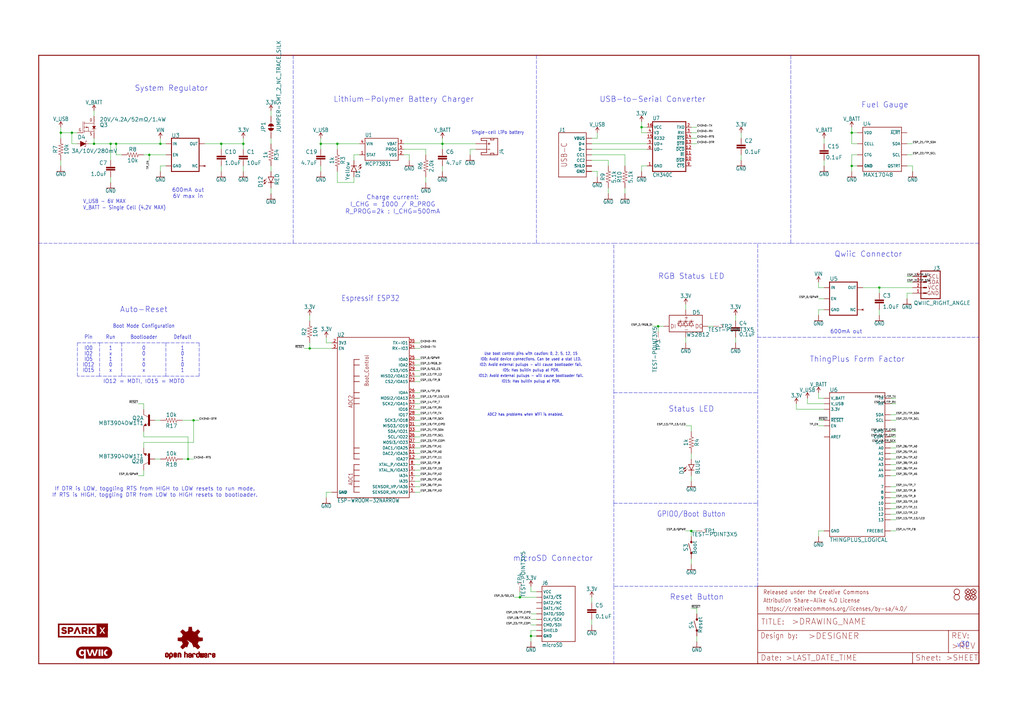
<source format=kicad_sch>
(kicad_sch (version 20211123) (generator eeschema)
  (paper "User" 470.306 324.612)
  (lib_symbols
    (symbol "SparkFun ESP32 Thing Plus C-eagle-import:0.1UF-0402T-16V-10%"
      (property "Reference" "C" (at 1.524 2.921 0))
      (property "Value" "0.1UF-0402T-16V-10%" (at 1.524 -2.159 0))
      (symbol "0.1UF-0402T-16V-10%_1_0"
        (pin passive line (at 0 5.08 270) (length 2.54) (name "1") (number "1"))
        (pin passive line (at 0 -2.54 90) (length 2.54) (name "2") (number "2"))
      )
    )
    (symbol "SparkFun ESP32 Thing Plus C-eagle-import:0.1UF-0402T-6.3V-10%-X7R"
      (property "Reference" "C" (at 1.524 2.921 0))
      (property "Value" "0.1UF-0402T-6.3V-10%-X7R" (at 1.524 -2.159 0))
      (symbol "0.1UF-0402T-6.3V-10%-X7R_1_0"
        (pin passive line (at 0 5.08 270) (length 2.54) (name "1") (number "1"))
        (pin passive line (at 0 -2.54 90) (length 2.54) (name "2") (number "2"))
      )
    )
    (symbol "SparkFun ESP32 Thing Plus C-eagle-import:1.0UF-0402T-16V-10%"
      (property "Reference" "C" (at 1.524 2.921 0))
      (property "Value" "1.0UF-0402T-16V-10%" (at 1.524 -2.159 0))
      (symbol "1.0UF-0402T-16V-10%_1_0"
        (pin passive line (at 0 5.08 270) (length 2.54) (name "1") (number "1"))
        (pin passive line (at 0 -2.54 90) (length 2.54) (name "2") (number "2"))
      )
    )
    (symbol "SparkFun ESP32 Thing Plus C-eagle-import:10KOHM-0402T-1{slash}16W-1%"
      (property "Reference" "R" (at 0 1.524 0))
      (property "Value" "10KOHM-0402T-1{slash}16W-1%" (at 0 -1.524 0))
      (symbol "10KOHM-0402T-1{slash}16W-1%_1_0"
        (pin passive line (at -5.08 0 0) (length 2.54) (name "1") (number "1"))
        (pin passive line (at 5.08 0 180) (length 2.54) (name "2") (number "2"))
      )
    )
    (symbol "SparkFun ESP32 Thing Plus C-eagle-import:10UF-0402T-6.3V-20%"
      (property "Reference" "C" (at 1.524 2.921 0))
      (property "Value" "10UF-0402T-6.3V-20%" (at 1.524 -2.159 0))
      (symbol "10UF-0402T-6.3V-20%_1_0"
        (pin passive line (at 0 5.08 270) (length 2.54) (name "1") (number "1"))
        (pin passive line (at 0 -2.54 90) (length 2.54) (name "2") (number "2"))
      )
    )
    (symbol "SparkFun ESP32 Thing Plus C-eagle-import:1KOHM-0402T-1{slash}16W-1%"
      (property "Reference" "R" (at 0 1.524 0))
      (property "Value" "1KOHM-0402T-1{slash}16W-1%" (at 0 -1.524 0))
      (symbol "1KOHM-0402T-1{slash}16W-1%_1_0"
        (pin passive line (at -5.08 0 0) (length 2.54) (name "1") (number "1"))
        (pin passive line (at 5.08 0 180) (length 2.54) (name "2") (number "2"))
      )
    )
    (symbol "SparkFun ESP32 Thing Plus C-eagle-import:2.0KOHM-0603-1{slash}10W-5%"
      (property "Reference" "R" (at 0 1.524 0))
      (property "Value" "2.0KOHM-0603-1{slash}10W-5%" (at 0 -1.524 0))
      (symbol "2.0KOHM-0603-1{slash}10W-5%_1_0"
        (pin passive line (at -5.08 0 0) (length 2.54) (name "1") (number "1"))
        (pin passive line (at 5.08 0 180) (length 2.54) (name "2") (number "2"))
      )
    )
    (symbol "SparkFun ESP32 Thing Plus C-eagle-import:3.3V" (power)
      (property "Value" "3.3V" (at 0 2.794 0))
      (symbol "3.3V_1_0"
        (pin power_in line (at 0 0 90) (length 2.54) (name "3.3V") (number "1"))
      )
    )
    (symbol "SparkFun ESP32 Thing Plus C-eagle-import:4.7UF-0402_TIGHT-6.3V-20%-X5R"
      (property "Reference" "C" (at 1.524 2.921 0))
      (property "Value" "4.7UF-0402_TIGHT-6.3V-20%-X5R" (at 1.524 -2.159 0))
      (symbol "4.7UF-0402_TIGHT-6.3V-20%-X5R_1_0"
        (pin passive line (at 0 5.08 270) (length 2.54) (name "1") (number "1"))
        (pin passive line (at 0 -2.54 90) (length 2.54) (name "2") (number "2"))
      )
    )
    (symbol "SparkFun ESP32 Thing Plus C-eagle-import:4.7UF-0603-35V-(20%)"
      (property "Reference" "C" (at 1.524 2.921 0))
      (property "Value" "4.7UF-0603-35V-(20%)" (at 1.524 -2.159 0))
      (symbol "4.7UF-0603-35V-(20%)_1_0"
        (pin passive line (at 0 5.08 270) (length 2.54) (name "1") (number "1"))
        (pin passive line (at 0 -2.54 90) (length 2.54) (name "2") (number "2"))
      )
    )
    (symbol "SparkFun ESP32 Thing Plus C-eagle-import:5.1KOHM-0402T-1{slash}16W-1%"
      (property "Reference" "R" (at 0 1.524 0))
      (property "Value" "5.1KOHM-0402T-1{slash}16W-1%" (at 0 -1.524 0))
      (symbol "5.1KOHM-0402T-1{slash}16W-1%_1_0"
        (pin passive line (at -5.08 0 0) (length 2.54) (name "1") (number "1"))
        (pin passive line (at 5.08 0 180) (length 2.54) (name "2") (number "2"))
      )
    )
    (symbol "SparkFun ESP32 Thing Plus C-eagle-import:CH340C"
      (property "Reference" "U" (at -7.62 10.795 0))
      (property "Value" "CH340C" (at -7.62 -15.24 0))
      (symbol "CH340C_1_0"
        (pin bidirectional line (at -10.16 -10.16 0) (length 2.54) (name "GND") (number "1"))
        (pin bidirectional line (at 10.16 -7.62 180) (length 2.54) (name "~{DSR}") (number "10"))
        (pin bidirectional line (at 10.16 -5.08 180) (length 2.54) (name "~{RI}") (number "11"))
        (pin bidirectional line (at 10.16 -2.54 180) (length 2.54) (name "~{DCD}") (number "12"))
        (pin bidirectional line (at 10.16 0 180) (length 2.54) (name "~{DTR}") (number "13"))
        (pin bidirectional line (at 10.16 2.54 180) (length 2.54) (name "~{RTS}") (number "14"))
        (pin bidirectional line (at -10.16 2.54 0) (length 2.54) (name "R232") (number "15"))
        (pin bidirectional line (at -10.16 7.62 0) (length 2.54) (name "VCC") (number "16"))
        (pin bidirectional line (at 10.16 7.62 180) (length 2.54) (name "TXO") (number "2"))
        (pin bidirectional line (at 10.16 5.08 180) (length 2.54) (name "RXI") (number "3"))
        (pin bidirectional line (at -10.16 5.08 0) (length 2.54) (name "V3") (number "4"))
        (pin bidirectional line (at -10.16 0 0) (length 2.54) (name "UD+") (number "5"))
        (pin bidirectional line (at -10.16 -2.54 0) (length 2.54) (name "UD-") (number "6"))
        (pin bidirectional line (at 10.16 -10.16 180) (length 2.54) (name "~{CTS}") (number "9"))
      )
    )
    (symbol "SparkFun ESP32 Thing Plus C-eagle-import:DIODE-SCHOTTKY-BAT60A"
      (property "Reference" "D" (at -2.54 2.032 0))
      (property "Value" "DIODE-SCHOTTKY-BAT60A" (at -2.54 -2.032 0))
      (symbol "DIODE-SCHOTTKY-BAT60A_1_0"
        (pin passive line (at -2.54 0 0) (length 0) (name "A") (number "A"))
        (pin passive line (at 2.54 0 180) (length 0) (name "C") (number "C"))
      )
    )
    (symbol "SparkFun ESP32 Thing Plus C-eagle-import:ESP-WROOM-32NARROW"
      (property "Reference" "U" (at -17.78 38.354 0))
      (property "Value" "ESP-WROOM-32NARROW" (at -17.78 -35.814 0))
      (symbol "ESP-WROOM-32NARROW_1_0"
        (text "ADC1" (at -11.684 -26.924 900) (effects (font (size 1.778 1.5113))))
        (text "ADC2" (at -11.684 8.636 900) (effects (font (size 1.778 1.5113))))
        (text "Boot_Control" (at -4.318 22.86 900) (effects (font (size 1.778 1.5113))))
        (pin bidirectional line (at -20.32 -33.02 0) (length 2.54) (name "GND") (number "1"))
        (pin bidirectional line (at 17.78 -12.7 180) (length 2.54) (name "DAC1/IOA25") (number "10"))
        (pin bidirectional line (at 17.78 -15.24 180) (length 2.54) (name "DAC2/IOA26") (number "11"))
        (pin bidirectional line (at 17.78 -17.78 180) (length 2.54) (name "IOA27") (number "12"))
        (pin bidirectional line (at 17.78 7.62 180) (length 2.54) (name "SCK2/IOA14") (number "13"))
        (pin bidirectional line (at 17.78 20.32 180) (length 2.54) (name "MISO2/IOA12") (number "14"))
        (pin bidirectional line (at -20.32 -33.02 0) (length 2.54) (name "GND") (number "15"))
        (pin bidirectional line (at 17.78 10.16 180) (length 2.54) (name "MOSI2/IOA13") (number "16"))
        (pin bidirectional line (at -20.32 35.56 0) (length 2.54) (name "3V3") (number "2"))
        (pin bidirectional line (at 17.78 17.78 180) (length 2.54) (name "CS2/IOA15") (number "23"))
        (pin bidirectional line (at 17.78 25.4 180) (length 2.54) (name "IOA2") (number "24"))
        (pin bidirectional line (at 17.78 27.94 180) (length 2.54) (name "IOA0") (number "25"))
        (pin bidirectional line (at 17.78 12.7 180) (length 2.54) (name "IOA4") (number "26"))
        (pin bidirectional line (at 17.78 5.08 180) (length 2.54) (name "IO16") (number "27"))
        (pin bidirectional line (at 17.78 2.54 180) (length 2.54) (name "IO17") (number "28"))
        (pin bidirectional line (at 17.78 22.86 180) (length 2.54) (name "CS3/IO5") (number "29"))
        (pin bidirectional line (at -20.32 33.02 0) (length 2.54) (name "EN") (number "3"))
        (pin bidirectional line (at 17.78 0 180) (length 2.54) (name "SCK3/IO18") (number "30"))
        (pin bidirectional line (at 17.78 -2.54 180) (length 2.54) (name "MISO3/IO19") (number "31"))
        (pin bidirectional line (at 17.78 -5.08 180) (length 2.54) (name "SDA/IO21") (number "33"))
        (pin bidirectional line (at 17.78 33.02 180) (length 2.54) (name "RX-IO3") (number "34"))
        (pin bidirectional line (at 17.78 35.56 180) (length 2.54) (name "TX-IO1") (number "35"))
        (pin bidirectional line (at 17.78 -7.62 180) (length 2.54) (name "SCL/IO22") (number "36"))
        (pin bidirectional line (at 17.78 -10.16 180) (length 2.54) (name "MOSI3/IO23") (number "37"))
        (pin bidirectional line (at -20.32 -33.02 0) (length 2.54) (name "GND") (number "38"))
        (pin bidirectional line (at 17.78 -30.48 180) (length 2.54) (name "SENSOR_VP/IA36") (number "4"))
        (pin bidirectional line (at 17.78 -33.02 180) (length 2.54) (name "SENSOR_VN/IA39") (number "5"))
        (pin bidirectional line (at 17.78 -25.4 180) (length 2.54) (name "IA34") (number "6"))
        (pin bidirectional line (at 17.78 -27.94 180) (length 2.54) (name "IA35") (number "7"))
        (pin bidirectional line (at 17.78 -20.32 180) (length 2.54) (name "XTAL_P/IOA32") (number "8"))
        (pin bidirectional line (at 17.78 -22.86 180) (length 2.54) (name "XTAL_N/IOA33") (number "9"))
        (pin bidirectional line (at -20.32 -33.02 0) (length 2.54) (name "GND") (number "GND"))
      )
    )
    (symbol "SparkFun ESP32 Thing Plus C-eagle-import:FIDUCIALUFIDUCIAL")
    (symbol "SparkFun ESP32 Thing Plus C-eagle-import:FRAME-LEDGER"
      (symbol "FRAME-LEDGER_2_0"
        (text " https://creativecommons.org/licenses/by-sa/4.0/" (at 2.54 24.13 0) (effects (font (size 1.9304 1.6408)) (justify left bottom)))
        (text ">DESIGNER" (at 23.114 11.176 0) (effects (font (size 2.7432 2.7432)) (justify left bottom)))
        (text ">DRAWING_NAME" (at 15.494 17.78 0) (effects (font (size 2.7432 2.7432)) (justify left bottom)))
        (text ">LAST_DATE_TIME" (at 12.7 1.27 0) (effects (font (size 2.54 2.54)) (justify left bottom)))
        (text ">REV" (at 88.9 6.604 0) (effects (font (size 2.7432 2.7432)) (justify left bottom)))
        (text ">SHEET" (at 86.36 1.27 0) (effects (font (size 2.54 2.54)) (justify left bottom)))
        (text "Attribution Share-Alike 4.0 License" (at 2.54 27.94 0) (effects (font (size 1.9304 1.6408)) (justify left bottom)))
        (text "Date:" (at 1.27 1.27 0) (effects (font (size 2.54 2.54)) (justify left bottom)))
        (text "Design by:" (at 1.27 11.43 0) (effects (font (size 2.54 2.159)) (justify left bottom)))
        (text "Released under the Creative Commons" (at 2.54 31.75 0) (effects (font (size 1.9304 1.6408)) (justify left bottom)))
        (text "REV:" (at 88.9 11.43 0) (effects (font (size 2.54 2.54)) (justify left bottom)))
        (text "Sheet:" (at 72.39 1.27 0) (effects (font (size 2.54 2.54)) (justify left bottom)))
        (text "TITLE:" (at 1.524 17.78 0) (effects (font (size 2.54 2.54)) (justify left bottom)))
      )
    )
    (symbol "SparkFun ESP32 Thing Plus C-eagle-import:GND" (power)
      (property "Value" "GND" (at 0 -0.254 0))
      (symbol "GND_1_0"
        (pin power_in line (at 0 2.54 270) (length 2.54) (name "GND") (number "1"))
      )
    )
    (symbol "SparkFun ESP32 Thing Plus C-eagle-import:JST_2MM_MALE"
      (property "Reference" "J" (at -2.54 5.842 0))
      (symbol "JST_2MM_MALE_1_0"
        (pin bidirectional line (at 0 -5.08 90) (length 5.08) (name "-") (number "1"))
        (pin bidirectional line (at 2.54 -5.08 90) (length 5.08) (name "+") (number "2"))
        (pin bidirectional line (at -2.54 2.54 90) (length 0) (name "PAD1") (number "NC1"))
        (pin bidirectional line (at 5.08 2.54 90) (length 0) (name "PAD2") (number "NC2"))
      )
    )
    (symbol "SparkFun ESP32 Thing Plus C-eagle-import:JUMPER-SMT_2_NC_TRACE_SILK"
      (property "Reference" "JP" (at -2.54 2.54 0))
      (property "Value" "JUMPER-SMT_2_NC_TRACE_SILK" (at -2.54 -2.54 0))
      (symbol "JUMPER-SMT_2_NC_TRACE_SILK_1_0"
        (pin passive line (at -5.08 0 0) (length 2.54) (name "1") (number "1"))
        (pin passive line (at 5.08 0 180) (length 2.54) (name "2") (number "2"))
      )
    )
    (symbol "SparkFun ESP32 Thing Plus C-eagle-import:LED-BLUE0603"
      (property "Reference" "D" (at -3.429 -4.572 90))
      (property "Value" "LED-BLUE0603" (at 1.905 -4.572 90))
      (symbol "LED-BLUE0603_1_0"
        (pin passive line (at 0 2.54 270) (length 2.54) (name "A") (number "A"))
        (pin passive line (at 0 -5.08 90) (length 2.54) (name "C") (number "C"))
      )
    )
    (symbol "SparkFun ESP32 Thing Plus C-eagle-import:LED-RED0603"
      (property "Reference" "D" (at -3.429 -4.572 90))
      (property "Value" "LED-RED0603" (at 1.905 -4.572 90))
      (symbol "LED-RED0603_1_0"
        (pin passive line (at 0 2.54 270) (length 2.54) (name "A") (number "A"))
        (pin passive line (at 0 -5.08 90) (length 2.54) (name "C") (number "C"))
      )
    )
    (symbol "SparkFun ESP32 Thing Plus C-eagle-import:LED-YELLOW0603"
      (property "Reference" "D" (at -3.429 -4.572 90))
      (property "Value" "LED-YELLOW0603" (at 1.905 -4.572 90))
      (symbol "LED-YELLOW0603_1_0"
        (pin passive line (at 0 2.54 270) (length 2.54) (name "A") (number "A"))
        (pin passive line (at 0 -5.08 90) (length 2.54) (name "C") (number "C"))
      )
    )
    (symbol "SparkFun ESP32 Thing Plus C-eagle-import:MAX17048DFN8"
      (property "Reference" "U" (at -10.16 10.668 0))
      (property "Value" "MAX17048DFN8" (at -10.16 -12.7 0))
      (symbol "MAX17048DFN8_1_0"
        (pin input line (at -12.7 -2.54 0) (length 2.54) (name "CTG") (number "1"))
        (pin input line (at -12.7 2.54 0) (length 2.54) (name "CELL") (number "2"))
        (pin bidirectional line (at -12.7 7.62 0) (length 2.54) (name "VDD") (number "3"))
        (pin bidirectional line (at -12.7 -7.62 0) (length 2.54) (name "GND") (number "4"))
        (pin bidirectional line (at 10.16 7.62 180) (length 2.54) (name "~{ALRT}") (number "5"))
        (pin bidirectional line (at 10.16 -7.62 180) (length 2.54) (name "QSTRT") (number "6"))
        (pin output line (at 10.16 -2.54 180) (length 2.54) (name "SCL") (number "7"))
        (pin input line (at 10.16 2.54 180) (length 2.54) (name "SDA") (number "8"))
        (pin bidirectional line (at -12.7 -7.62 0) (length 2.54) (name "GND") (number "9"))
      )
    )
    (symbol "SparkFun ESP32 Thing Plus C-eagle-import:MCP73831"
      (property "Reference" "U" (at -7.62 5.588 0))
      (property "Value" "MCP73831" (at -7.62 -7.62 0))
      (symbol "MCP73831_1_0"
        (pin output line (at -10.16 -2.54 0) (length 2.54) (name "STAT") (number "1"))
        (pin power_in line (at 10.16 -2.54 180) (length 2.54) (name "VSS") (number "2"))
        (pin power_in line (at 10.16 2.54 180) (length 2.54) (name "VBAT") (number "3"))
        (pin power_in line (at -10.16 2.54 0) (length 2.54) (name "VIN") (number "4"))
        (pin input line (at 10.16 0 180) (length 2.54) (name "PROG") (number "5"))
      )
    )
    (symbol "SparkFun ESP32 Thing Plus C-eagle-import:MICRO-SD-SDIOPUSH-PUSH"
      (property "Reference" "J" (at -5.08 13.208 0))
      (property "Value" "MICRO-SD-SDIOPUSH-PUSH" (at -5.08 -15.24 0))
      (symbol "MICRO-SD-SDIOPUSH-PUSH_1_0"
        (pin bidirectional line (at -7.62 -7.62 0) (length 2.54) (name "SHIELD") (number "CD1"))
        (pin bidirectional line (at -7.62 7.62 0) (length 2.54) (name "DAT3/~{CS}") (number "CS/DAT3"))
        (pin bidirectional line (at -7.62 2.54 0) (length 2.54) (name "DAT1/NC") (number "DAT1"))
        (pin bidirectional line (at -7.62 5.08 0) (length 2.54) (name "DAT2/NC") (number "DAT2"))
        (pin bidirectional line (at -7.62 -5.08 0) (length 2.54) (name "CMD/SDI") (number "DI/CMD"))
        (pin bidirectional line (at -7.62 0 0) (length 2.54) (name "DAT0/SDO") (number "DO/DAT0"))
        (pin bidirectional line (at -7.62 -10.16 0) (length 2.54) (name "GND") (number "GND"))
        (pin bidirectional line (at -7.62 -10.16 0) (length 2.54) (name "GND") (number "GND1"))
        (pin bidirectional line (at -7.62 -10.16 0) (length 2.54) (name "GND") (number "GND3"))
        (pin bidirectional line (at -7.62 -2.54 0) (length 2.54) (name "CLK/SCK") (number "SCLK"))
        (pin bidirectional line (at -7.62 10.16 0) (length 2.54) (name "VCC") (number "VCC"))
      )
    )
    (symbol "SparkFun ESP32 Thing Plus C-eagle-import:MOMENTARY-SWITCH-SPST-SMD-4.6X2.8MM"
      (property "Reference" "S" (at 0 1.524 0))
      (property "Value" "MOMENTARY-SWITCH-SPST-SMD-4.6X2.8MM" (at 0 -0.508 0))
      (symbol "MOMENTARY-SWITCH-SPST-SMD-4.6X2.8MM_1_0"
        (pin passive line (at -5.08 0 0) (length 2.54) (name "1") (number "1"))
        (pin passive line (at -5.08 0 0) (length 2.54) (name "1") (number "2"))
        (pin passive line (at 5.08 0 180) (length 2.54) (name "2") (number "3"))
        (pin passive line (at 5.08 0 180) (length 2.54) (name "2") (number "4"))
      )
    )
    (symbol "SparkFun ESP32 Thing Plus C-eagle-import:MOSFET_PCH-DMG2305UX-7"
      (property "Reference" "Q" (at 5.08 0 0))
      (property "Value" "MOSFET_PCH-DMG2305UX-7" (at 5.08 -2.54 0))
      (symbol "MOSFET_PCH-DMG2305UX-7_1_0"
        (text "D" (at 0.508 2.54 0) (effects (font (size 1.27 1.0795)) (justify left bottom)))
        (text "G" (at -3.302 -0.508 0) (effects (font (size 1.27 1.0795)) (justify right top)))
        (text "S" (at 0.508 -3.81 0) (effects (font (size 1.27 1.0795)) (justify left bottom)))
        (pin bidirectional line (at -5.08 -2.54 0) (length 2.54) (name "G") (number "1"))
        (pin bidirectional line (at 2.54 -5.08 90) (length 2.54) (name "S") (number "2"))
        (pin bidirectional line (at 2.54 5.08 270) (length 2.54) (name "D") (number "3"))
      )
    )
    (symbol "SparkFun ESP32 Thing Plus C-eagle-import:OSHW-LOGOMINI")
    (symbol "SparkFun ESP32 Thing Plus C-eagle-import:QWIIC_CONNECTORJS-1MM"
      (property "Reference" "J" (at -5.08 7.874 0))
      (property "Value" "QWIIC_CONNECTORJS-1MM" (at -5.08 -5.334 0))
      (symbol "QWIIC_CONNECTORJS-1MM_1_0"
        (text "GND" (at -4.572 -2.54 0) (effects (font (size 1.778 1.778)) (justify left)))
        (text "SCL" (at -4.572 5.08 0) (effects (font (size 1.778 1.778)) (justify left)))
        (text "SDA" (at -4.572 2.54 0) (effects (font (size 1.778 1.778)) (justify left)))
        (text "VCC" (at -4.572 0 0) (effects (font (size 1.778 1.778)) (justify left)))
        (pin power_in line (at 7.62 -2.54 180) (length 5.08) (name "1") (number "1"))
        (pin power_in line (at 7.62 0 180) (length 5.08) (name "2") (number "2"))
        (pin passive line (at 7.62 2.54 180) (length 5.08) (name "3") (number "3"))
        (pin passive line (at 7.62 5.08 180) (length 5.08) (name "4") (number "4"))
      )
    )
    (symbol "SparkFun ESP32 Thing Plus C-eagle-import:QWIIC_LOGO_4MM")
    (symbol "SparkFun ESP32 Thing Plus C-eagle-import:SPARKX-LOGO4")
    (symbol "SparkFun ESP32 Thing Plus C-eagle-import:STAND-OFFTIGHT")
    (symbol "SparkFun ESP32 Thing Plus C-eagle-import:TEST-POINT3X5"
      (property "Reference" "TP" (at -2.54 2.54 0))
      (property "Value" "TEST-POINT3X5" (at -2.54 -2.54 0))
      (symbol "TEST-POINT3X5_1_0"
        (pin bidirectional line (at 0 0 180) (length 0) (name "1") (number "P$1"))
      )
    )
    (symbol "SparkFun ESP32 Thing Plus C-eagle-import:THINGPLUS_LOGICAL"
      (property "Reference" "U" (at -12.7 33.274 0))
      (property "Value" "THINGPLUS_LOGICAL" (at -12.7 -35.56 0))
      (symbol "THINGPLUS_LOGICAL_1_0"
        (pin bidirectional line (at 15.24 -17.78 180) (length 2.54) (name "10") (number "10"))
        (pin bidirectional line (at 15.24 -20.32 180) (length 2.54) (name "11") (number "11"))
        (pin bidirectional line (at 15.24 -22.86 180) (length 2.54) (name "12") (number "12"))
        (pin bidirectional line (at 15.24 -25.4 180) (length 2.54) (name "13") (number "13"))
        (pin bidirectional line (at -15.24 25.4 0) (length 2.54) (name "3.3V") (number "3V3"))
        (pin bidirectional line (at 15.24 -10.16 180) (length 2.54) (name "7") (number "7"))
        (pin bidirectional line (at 15.24 -12.7 180) (length 2.54) (name "8") (number "8"))
        (pin bidirectional line (at 15.24 -15.24 180) (length 2.54) (name "9") (number "9"))
        (pin bidirectional line (at 15.24 7.62 180) (length 2.54) (name "A0") (number "A0"))
        (pin bidirectional line (at 15.24 5.08 180) (length 2.54) (name "A1") (number "A1"))
        (pin bidirectional line (at 15.24 2.54 180) (length 2.54) (name "A2") (number "A2"))
        (pin bidirectional line (at 15.24 0 180) (length 2.54) (name "A3") (number "A3"))
        (pin bidirectional line (at 15.24 -2.54 180) (length 2.54) (name "A4") (number "A4"))
        (pin bidirectional line (at 15.24 -5.08 180) (length 2.54) (name "A5") (number "A5"))
        (pin bidirectional line (at -15.24 12.7 0) (length 2.54) (name "AREF") (number "AREF"))
        (pin bidirectional line (at 15.24 15.24 180) (length 2.54) (name "CIPO") (number "CIPO"))
        (pin bidirectional line (at 15.24 12.7 180) (length 2.54) (name "COPI") (number "COPI"))
        (pin bidirectional line (at -15.24 17.78 0) (length 2.54) (name "EN") (number "EN"))
        (pin bidirectional line (at 15.24 -30.48 180) (length 2.54) (name "FREEBIE") (number "FREEBIE"))
        (pin bidirectional line (at -15.24 -30.48 0) (length 2.54) (name "GND") (number "GND"))
        (pin bidirectional line (at -15.24 20.32 0) (length 2.54) (name "~{RESET}") (number "RST"))
        (pin bidirectional line (at 15.24 27.94 180) (length 2.54) (name "RX") (number "RX"))
        (pin bidirectional line (at 15.24 10.16 180) (length 2.54) (name "SCK") (number "SCK"))
        (pin bidirectional line (at 15.24 20.32 180) (length 2.54) (name "SCL") (number "SCL"))
        (pin bidirectional line (at 15.24 22.86 180) (length 2.54) (name "SDA") (number "SDA"))
        (pin bidirectional line (at 15.24 30.48 180) (length 2.54) (name "TX") (number "TX"))
        (pin bidirectional line (at -15.24 30.48 0) (length 2.54) (name "V_BATT") (number "V_BATT"))
        (pin bidirectional line (at -15.24 27.94 0) (length 2.54) (name "V_USB") (number "V_USB"))
      )
    )
    (symbol "SparkFun ESP32 Thing Plus C-eagle-import:TRANS_NPN_DUAL-MBT3904DW1T1"
      (property "Reference" "Q" (at 2.54 0 0))
      (property "Value" "TRANS_NPN_DUAL-MBT3904DW1T1" (at 2.54 -2.286 0))
      (symbol "TRANS_NPN_DUAL-MBT3904DW1T1_1_0"
        (pin passive line (at 2.54 5.08 270) (length 2.54) (name "C") (number "3"))
        (pin passive line (at 2.54 -5.08 90) (length 2.54) (name "E") (number "4"))
        (pin passive line (at -2.54 0 0) (length 2.54) (name "B") (number "5"))
      )
      (symbol "TRANS_NPN_DUAL-MBT3904DW1T1_2_0"
        (pin passive line (at 2.54 -5.08 90) (length 2.54) (name "E") (number "1"))
        (pin passive line (at -2.54 0 0) (length 2.54) (name "B") (number "2"))
        (pin passive line (at 2.54 5.08 270) (length 2.54) (name "C") (number "6"))
      )
    )
    (symbol "SparkFun ESP32 Thing Plus C-eagle-import:USB_C_2-LAYER_PADS"
      (property "Reference" "J" (at -2.54 10.414 0))
      (property "Value" "USB_C_2-LAYER_PADS" (at -2.54 -12.446 0))
      (symbol "USB_C_2-LAYER_PADS_1_0"
        (text "USB-C" (at 0 0 900) (effects (font (size 2.54 2.159))))
        (pin bidirectional line (at 12.7 0 180) (length 2.54) (name "CC1") (number "A5"))
        (pin bidirectional line (at 12.7 5.08 180) (length 2.54) (name "D+") (number "A6"))
        (pin bidirectional line (at 12.7 2.54 180) (length 2.54) (name "D-") (number "A7"))
        (pin bidirectional line (at 12.7 -2.54 180) (length 2.54) (name "CC2") (number "B5"))
        (pin bidirectional line (at 12.7 5.08 180) (length 2.54) (name "D+") (number "B6"))
        (pin bidirectional line (at 12.7 2.54 180) (length 2.54) (name "D-") (number "B7"))
        (pin bidirectional line (at 12.7 -7.62 180) (length 2.54) (name "GND") (number "GND"))
        (pin bidirectional line (at 12.7 -7.62 180) (length 2.54) (name "GND") (number "GND2"))
        (pin bidirectional line (at 12.7 -5.08 180) (length 2.54) (name "SHLD") (number "SHLD1"))
        (pin bidirectional line (at 12.7 -5.08 180) (length 2.54) (name "SHLD") (number "SHLD2"))
        (pin bidirectional line (at 12.7 -5.08 180) (length 2.54) (name "SHLD") (number "SHLD3"))
        (pin bidirectional line (at 12.7 -5.08 180) (length 2.54) (name "SHLD") (number "SHLD4"))
        (pin bidirectional line (at 12.7 7.62 180) (length 2.54) (name "VBUS") (number "VBUS1"))
        (pin bidirectional line (at 12.7 7.62 180) (length 2.54) (name "VBUS") (number "VBUS2"))
      )
    )
    (symbol "SparkFun ESP32 Thing Plus C-eagle-import:VIN" (power)
      (property "Value" "VIN" (at 0 2.794 0))
      (symbol "VIN_1_0"
        (pin power_in line (at 0 0 90) (length 2.54) (name "VIN") (number "1"))
      )
    )
    (symbol "SparkFun ESP32 Thing Plus C-eagle-import:V_BATT" (power)
      (property "Value" "V_BATT" (at 0 2.794 0))
      (symbol "V_BATT_1_0"
        (pin power_in line (at 0 0 90) (length 2.54) (name "V_BATT") (number "1"))
      )
    )
    (symbol "SparkFun ESP32 Thing Plus C-eagle-import:V_REG_AP2112K-3.3V"
      (property "Reference" "U" (at -7.62 7.874 0))
      (property "Value" "V_REG_AP2112K-3.3V" (at -7.62 -7.874 0))
      (symbol "V_REG_AP2112K-3.3V_1_0"
        (pin input line (at -10.16 5.08 0) (length 2.54) (name "IN") (number "1"))
        (pin input line (at -10.16 -5.08 0) (length 2.54) (name "GND") (number "2"))
        (pin input line (at -10.16 0 0) (length 2.54) (name "EN") (number "3"))
        (pin no_connect line (at 7.62 -5.08 180) (length 2.54) (name "NC") (number "4"))
        (pin passive line (at 7.62 5.08 180) (length 2.54) (name "OUT") (number "5"))
      )
    )
    (symbol "SparkFun ESP32 Thing Plus C-eagle-import:V_USB" (power)
      (property "Value" "V_USB" (at 0 2.794 0))
      (symbol "V_USB_1_0"
        (pin power_in line (at 0 0 90) (length 2.54) (name "V_USB") (number "1"))
      )
    )
    (symbol "SparkFun ESP32 Thing Plus C-eagle-import:WS2812_2020"
      (property "Reference" "D" (at 4.826 5.334 0))
      (property "Value" "WS2812_2020" (at 5.588 -4.826 0))
      (symbol "WS2812_2020_1_0"
        (text "+" (at 0.254 4.064 0) (effects (font (size 1.778 1.778))))
        (text "-" (at 0.254 -1.524 0) (effects (font (size 1.778 1.778))))
        (text "DI" (at -5.842 0 0) (effects (font (size 1.778 1.778))))
        (text "DO" (at 6.096 0 0) (effects (font (size 1.778 1.778))))
        (pin bidirectional line (at -10.16 0 0) (length 2.54) (name "DI") (number "DI"))
        (pin bidirectional line (at 10.16 0 180) (length 2.54) (name "DO") (number "DO"))
        (pin bidirectional line (at 0 -5.08 90) (length 2.54) (name "GND") (number "GND"))
        (pin bidirectional line (at 0 7.62 270) (length 2.54) (name "VCC") (number "VCC"))
      )
    )
  )
  (junction (at 317.5 243.84))
  (junction (at 68.58 71.12))
  (junction (at 53.34 66.04))
  (junction (at 101.6 66.04))
  (junction (at 142.24 160.02))
  (junction (at 238.76 274.32))
  (junction (at 50.8 66.04))
  (junction (at 154.94 66.04))
  (junction (at 43.18 66.04))
  (junction (at 203.2 66.04))
  (junction (at 391.16 60.96))
  (junction (at 294.64 58.42))
  (junction (at 27.94 60.96))
  (junction (at 111.76 66.04))
  (junction (at 86.36 210.82))
  (junction (at 73.66 66.04))
  (junction (at 302.26 149.86))
  (junction (at 88.9 193.04))
  (junction (at 33.02 60.96))
  (junction (at 147.32 66.04))
  (junction (at 391.16 76.2))
  (junction (at 243.84 292.1))
  (junction (at 403.86 132.08))
  (polyline (pts (xy 347.98 154.94) (xy 449.58 154.94)))
  (wire (pts (xy 317.5 246.38) (xy 317.5 243.84)))
  (polyline (pts (xy 76.2 157.48) (xy 91.44 157.48)))
  (wire (pts (xy 370.84 185.42) (xy 370.84 182.88)))
  (wire (pts (xy 317.5 195.58) (xy 317.5 198.12)))
  (wire (pts (xy 154.94 83.82) (xy 154.94 78.74)))
  (wire (pts (xy 190.5 182.88) (xy 193.04 182.88)))
  (wire (pts (xy 325.12 149.86) (xy 327.66 149.86)))
  (wire (pts (xy 302.26 149.86) (xy 299.72 149.86)))
  (wire (pts (xy 190.5 200.66) (xy 193.04 200.66)))
  (wire (pts (xy 111.76 78.74) (xy 111.76 76.2)))
  (wire (pts (xy 416.56 66.04) (xy 419.1 66.04)))
  (polyline (pts (xy 76.2 172.72) (xy 55.88 172.72)))
  (wire (pts (xy 190.5 190.5) (xy 193.04 190.5)))
  (wire (pts (xy 73.66 66.04) (xy 73.66 63.5)))
  (wire (pts (xy 408.94 228.6) (xy 411.48 228.6)))
  (wire (pts (xy 419.1 134.62) (xy 416.56 134.62)))
  (wire (pts (xy 246.38 281.94) (xy 243.84 281.94)))
  (wire (pts (xy 101.6 66.04) (xy 111.76 66.04)))
  (wire (pts (xy 391.16 60.96) (xy 391.16 58.42)))
  (wire (pts (xy 294.64 78.74) (xy 294.64 76.2)))
  (polyline (pts (xy 91.44 157.48) (xy 91.44 172.72)))
  (wire (pts (xy 88.9 193.04) (xy 91.44 193.04)))
  (wire (pts (xy 162.56 71.12) (xy 165.1 71.12)))
  (wire (pts (xy 271.78 274.32) (xy 271.78 276.86)))
  (wire (pts (xy 66.04 218.44) (xy 63.5 218.44)))
  (polyline (pts (xy 281.94 180.34) (xy 281.94 111.76)))
  (wire (pts (xy 147.32 66.04) (xy 147.32 63.5)))
  (wire (pts (xy 287.02 71.12) (xy 287.02 76.2)))
  (wire (pts (xy 393.7 66.04) (xy 391.16 66.04)))
  (polyline (pts (xy 363.22 111.76) (xy 449.58 111.76)))
  (wire (pts (xy 378.46 182.88) (xy 375.92 182.88)))
  (wire (pts (xy 218.44 66.04) (xy 203.2 66.04)))
  (wire (pts (xy 190.5 193.04) (xy 193.04 193.04)))
  (polyline (pts (xy 35.56 172.72) (xy 35.56 157.48)))
  (wire (pts (xy 142.24 160.02) (xy 139.7 160.02)))
  (wire (pts (xy 147.32 66.04) (xy 147.32 68.58)))
  (wire (pts (xy 243.84 289.56) (xy 243.84 292.1)))
  (wire (pts (xy 320.04 281.94) (xy 320.04 279.4)))
  (wire (pts (xy 378.46 73.66) (xy 378.46 76.2)))
  (wire (pts (xy 190.5 218.44) (xy 193.04 218.44)))
  (wire (pts (xy 152.4 160.02) (xy 142.24 160.02)))
  (wire (pts (xy 190.5 187.96) (xy 193.04 187.96)))
  (wire (pts (xy 190.5 175.26) (xy 193.04 175.26)))
  (wire (pts (xy 149.86 154.94) (xy 149.86 157.48)))
  (wire (pts (xy 317.5 210.82) (xy 317.5 208.28)))
  (wire (pts (xy 408.94 203.2) (xy 411.48 203.2)))
  (wire (pts (xy 43.18 50.8) (xy 43.18 53.34)))
  (polyline (pts (xy 281.94 180.34) (xy 347.98 180.34)))
  (wire (pts (xy 195.58 81.28) (xy 195.58 83.82)))
  (wire (pts (xy 185.42 68.58) (xy 195.58 68.58)))
  (wire (pts (xy 337.82 144.78) (xy 337.82 147.32)))
  (polyline (pts (xy 76.2 157.48) (xy 76.2 172.72)))
  (wire (pts (xy 317.5 58.42) (xy 320.04 58.42)))
  (wire (pts (xy 246.38 289.56) (xy 243.84 289.56)))
  (wire (pts (xy 27.94 58.42) (xy 27.94 60.96)))
  (polyline (pts (xy 281.94 231.14) (xy 347.98 231.14)))
  (wire (pts (xy 378.46 243.84) (xy 375.92 243.84)))
  (wire (pts (xy 215.9 68.58) (xy 215.9 71.12)))
  (wire (pts (xy 314.96 142.24) (xy 314.96 139.7)))
  (wire (pts (xy 111.76 66.04) (xy 111.76 68.58)))
  (wire (pts (xy 408.94 218.44) (xy 411.48 218.44)))
  (wire (pts (xy 35.56 60.96) (xy 33.02 60.96)))
  (polyline (pts (xy 281.94 231.14) (xy 281.94 269.24)))
  (polyline (pts (xy 281.94 111.76) (xy 347.98 111.76)))
  (polyline (pts (xy 246.38 111.76) (xy 281.94 111.76)))
  (wire (pts (xy 297.18 58.42) (xy 294.64 58.42)))
  (wire (pts (xy 408.94 200.66) (xy 411.48 200.66)))
  (wire (pts (xy 53.34 66.04) (xy 50.8 66.04)))
  (wire (pts (xy 66.04 218.44) (xy 66.04 215.9)))
  (wire (pts (xy 68.58 71.12) (xy 68.58 73.66)))
  (wire (pts (xy 408.94 233.68) (xy 411.48 233.68)))
  (wire (pts (xy 279.4 88.9) (xy 279.4 86.36)))
  (wire (pts (xy 162.56 81.28) (xy 162.56 83.82)))
  (wire (pts (xy 40.64 66.04) (xy 43.18 66.04)))
  (wire (pts (xy 294.64 60.96) (xy 294.64 58.42)))
  (polyline (pts (xy 347.98 231.14) (xy 347.98 180.34)))
  (polyline (pts (xy 347.98 154.94) (xy 347.98 111.76)))
  (wire (pts (xy 408.94 223.52) (xy 411.48 223.52)))
  (wire (pts (xy 73.66 76.2) (xy 73.66 78.74)))
  (wire (pts (xy 187.96 71.12) (xy 187.96 73.66)))
  (wire (pts (xy 124.46 88.9) (xy 124.46 86.36)))
  (wire (pts (xy 317.5 220.98) (xy 317.5 218.44)))
  (wire (pts (xy 317.5 243.84) (xy 320.04 243.84)))
  (wire (pts (xy 154.94 66.04) (xy 147.32 66.04)))
  (wire (pts (xy 33.02 66.04) (xy 35.56 66.04)))
  (wire (pts (xy 190.5 157.48) (xy 193.04 157.48)))
  (wire (pts (xy 86.36 210.82) (xy 86.36 200.66)))
  (wire (pts (xy 124.46 76.2) (xy 124.46 78.74)))
  (wire (pts (xy 378.46 185.42) (xy 370.84 185.42)))
  (polyline (pts (xy 35.56 157.48) (xy 45.72 157.48)))
  (polyline (pts (xy 246.38 25.4) (xy 246.38 111.76)))
  (polyline (pts (xy 347.98 269.24) (xy 347.98 231.14)))
  (wire (pts (xy 190.5 170.18) (xy 193.04 170.18)))
  (wire (pts (xy 396.24 132.08) (xy 403.86 132.08)))
  (wire (pts (xy 403.86 144.78) (xy 403.86 142.24)))
  (wire (pts (xy 391.16 60.96) (xy 393.7 60.96)))
  (wire (pts (xy 391.16 71.12) (xy 391.16 76.2)))
  (wire (pts (xy 314.96 154.94) (xy 314.96 157.48)))
  (wire (pts (xy 246.38 274.32) (xy 238.76 274.32)))
  (wire (pts (xy 274.32 78.74) (xy 274.32 81.28)))
  (wire (pts (xy 101.6 78.74) (xy 101.6 76.2)))
  (wire (pts (xy 320.04 292.1) (xy 320.04 294.64)))
  (wire (pts (xy 297.18 60.96) (xy 294.64 60.96)))
  (wire (pts (xy 190.5 185.42) (xy 193.04 185.42)))
  (wire (pts (xy 408.94 210.82) (xy 411.48 210.82)))
  (wire (pts (xy 403.86 132.08) (xy 419.1 132.08)))
  (wire (pts (xy 337.82 154.94) (xy 337.82 157.48)))
  (wire (pts (xy 190.5 167.64) (xy 193.04 167.64)))
  (wire (pts (xy 408.94 231.14) (xy 411.48 231.14)))
  (polyline (pts (xy 45.72 172.72) (xy 35.56 172.72)))
  (wire (pts (xy 83.82 210.82) (xy 86.36 210.82)))
  (wire (pts (xy 317.5 63.5) (xy 320.04 63.5)))
  (wire (pts (xy 297.18 68.58) (xy 271.78 68.58)))
  (wire (pts (xy 294.64 76.2) (xy 297.18 76.2)))
  (wire (pts (xy 86.36 200.66) (xy 66.04 200.66)))
  (wire (pts (xy 408.94 205.74) (xy 411.48 205.74)))
  (wire (pts (xy 375.92 132.08) (xy 375.92 129.54)))
  (wire (pts (xy 416.56 76.2) (xy 419.1 76.2)))
  (polyline (pts (xy 45.72 157.48) (xy 55.88 157.48)))
  (wire (pts (xy 238.76 271.78) (xy 238.76 274.32)))
  (wire (pts (xy 66.04 200.66) (xy 66.04 198.12)))
  (wire (pts (xy 294.64 58.42) (xy 294.64 55.88)))
  (wire (pts (xy 190.5 195.58) (xy 193.04 195.58)))
  (wire (pts (xy 190.5 213.36) (xy 193.04 213.36)))
  (wire (pts (xy 76.2 66.04) (xy 73.66 66.04)))
  (wire (pts (xy 246.38 287.02) (xy 243.84 287.02)))
  (wire (pts (xy 378.46 63.5) (xy 378.46 66.04)))
  (wire (pts (xy 55.88 71.12) (xy 53.34 71.12)))
  (wire (pts (xy 66.04 205.74) (xy 66.04 203.2)))
  (wire (pts (xy 243.84 271.78) (xy 243.84 269.24)))
  (wire (pts (xy 393.7 71.12) (xy 391.16 71.12)))
  (wire (pts (xy 203.2 68.58) (xy 203.2 66.04)))
  (wire (pts (xy 43.18 63.5) (xy 43.18 66.04)))
  (wire (pts (xy 93.98 66.04) (xy 101.6 66.04)))
  (wire (pts (xy 408.94 213.36) (xy 411.48 213.36)))
  (wire (pts (xy 190.5 203.2) (xy 193.04 203.2)))
  (wire (pts (xy 378.46 132.08) (xy 375.92 132.08)))
  (wire (pts (xy 375.92 243.84) (xy 375.92 246.38)))
  (wire (pts (xy 190.5 226.06) (xy 193.04 226.06)))
  (wire (pts (xy 86.36 210.82) (xy 88.9 210.82)))
  (wire (pts (xy 287.02 88.9) (xy 287.02 86.36)))
  (wire (pts (xy 27.94 76.2) (xy 27.94 73.66)))
  (wire (pts (xy 66.04 71.12) (xy 68.58 71.12)))
  (wire (pts (xy 203.2 78.74) (xy 203.2 76.2)))
  (wire (pts (xy 124.46 63.5) (xy 124.46 66.04)))
  (wire (pts (xy 73.66 193.04) (xy 71.12 193.04)))
  (wire (pts (xy 73.66 210.82) (xy 71.12 210.82)))
  (wire (pts (xy 142.24 160.02) (xy 142.24 157.48)))
  (wire (pts (xy 88.9 203.2) (xy 88.9 193.04)))
  (wire (pts (xy 50.8 81.28) (xy 50.8 83.82)))
  (wire (pts (xy 190.5 220.98) (xy 193.04 220.98)))
  (wire (pts (xy 68.58 71.12) (xy 76.2 71.12)))
  (wire (pts (xy 419.1 127) (xy 416.56 127)))
  (wire (pts (xy 408.94 190.5) (xy 411.48 190.5)))
  (wire (pts (xy 190.5 223.52) (xy 193.04 223.52)))
  (polyline (pts (xy 55.88 157.48) (xy 76.2 157.48)))
  (wire (pts (xy 408.94 198.12) (xy 411.48 198.12)))
  (wire (pts (xy 76.2 76.2) (xy 73.66 76.2)))
  (wire (pts (xy 317.5 243.84) (xy 314.96 243.84)))
  (wire (pts (xy 190.5 172.72) (xy 193.04 172.72)))
  (wire (pts (xy 190.5 205.74) (xy 193.04 205.74)))
  (wire (pts (xy 365.76 187.96) (xy 365.76 185.42)))
  (polyline (pts (xy 55.88 172.72) (xy 45.72 172.72)))
  (wire (pts (xy 416.56 134.62) (xy 416.56 137.16)))
  (wire (pts (xy 66.04 203.2) (xy 88.9 203.2)))
  (wire (pts (xy 203.2 66.04) (xy 185.42 66.04)))
  (wire (pts (xy 142.24 144.78) (xy 142.24 147.32)))
  (polyline (pts (xy 17.78 111.76) (xy 134.62 111.76)))
  (wire (pts (xy 391.16 76.2) (xy 391.16 78.74)))
  (wire (pts (xy 416.56 71.12) (xy 419.1 71.12)))
  (wire (pts (xy 190.5 160.02) (xy 193.04 160.02)))
  (wire (pts (xy 375.92 182.88) (xy 375.92 180.34)))
  (polyline (pts (xy 347.98 111.76) (xy 363.22 111.76)))
  (wire (pts (xy 378.46 195.58) (xy 375.92 195.58)))
  (wire (pts (xy 408.94 193.04) (xy 411.48 193.04)))
  (wire (pts (xy 408.94 238.76) (xy 411.48 238.76)))
  (wire (pts (xy 33.02 60.96) (xy 27.94 60.96)))
  (wire (pts (xy 378.46 193.04) (xy 375.92 193.04)))
  (wire (pts (xy 190.5 210.82) (xy 193.04 210.82)))
  (wire (pts (xy 246.38 271.78) (xy 243.84 271.78)))
  (wire (pts (xy 408.94 243.84) (xy 411.48 243.84)))
  (wire (pts (xy 190.5 180.34) (xy 193.04 180.34)))
  (wire (pts (xy 154.94 68.58) (xy 154.94 66.04)))
  (wire (pts (xy 33.02 60.96) (xy 33.02 66.04)))
  (wire (pts (xy 408.94 208.28) (xy 411.48 208.28)))
  (wire (pts (xy 246.38 284.48) (xy 243.84 284.48)))
  (wire (pts (xy 408.94 182.88) (xy 411.48 182.88)))
  (wire (pts (xy 408.94 185.42) (xy 411.48 185.42)))
  (wire (pts (xy 375.92 142.24) (xy 375.92 144.78)))
  (wire (pts (xy 165.1 66.04) (xy 154.94 66.04)))
  (wire (pts (xy 271.78 73.66) (xy 279.4 73.66)))
  (polyline (pts (xy 363.22 25.4) (xy 363.22 111.76)))
  (wire (pts (xy 419.1 129.54) (xy 416.56 129.54)))
  (polyline (pts (xy 281.94 269.24) (xy 281.94 304.8)))
  (wire (pts (xy 50.8 66.04) (xy 50.8 73.66)))
  (wire (pts (xy 314.96 195.58) (xy 317.5 195.58)))
  (polyline (pts (xy 347.98 180.34) (xy 347.98 154.94)))
  (wire (pts (xy 274.32 78.74) (xy 271.78 78.74)))
  (wire (pts (xy 375.92 137.16) (xy 378.46 137.16)))
  (polyline (pts (xy 134.62 111.76) (xy 246.38 111.76)))
  (polyline (pts (xy 347.98 269.24) (xy 281.94 269.24)))
  (wire (pts (xy 152.4 226.06) (xy 149.86 226.06)))
  (wire (pts (xy 73.66 66.04) (xy 53.34 66.04)))
  (wire (pts (xy 391.16 66.04) (xy 391.16 60.96)))
  (wire (pts (xy 162.56 83.82) (xy 154.94 83.82)))
  (wire (pts (xy 215.9 68.58) (xy 218.44 68.58)))
  (wire (pts (xy 53.34 71.12) (xy 53.34 66.04)))
  (wire (pts (xy 149.86 157.48) (xy 152.4 157.48)))
  (wire (pts (xy 274.32 63.5) (xy 271.78 63.5)))
  (wire (pts (xy 408.94 236.22) (xy 411.48 236.22)))
  (wire (pts (xy 274.32 63.5) (xy 274.32 60.96)))
  (wire (pts (xy 190.5 208.28) (xy 193.04 208.28)))
  (wire (pts (xy 185.42 71.12) (xy 187.96 71.12)))
  (wire (pts (xy 304.8 149.86) (xy 302.26 149.86)))
  (polyline (pts (xy 45.72 157.48) (xy 45.72 172.72)))
  (wire (pts (xy 271.78 66.04) (xy 297.18 66.04)))
  (wire (pts (xy 246.38 292.1) (xy 243.84 292.1)))
  (wire (pts (xy 238.76 274.32) (xy 236.22 274.32)))
  (wire (pts (xy 317.5 256.54) (xy 317.5 259.08)))
  (wire (pts (xy 101.6 66.04) (xy 101.6 68.58)))
  (polyline (pts (xy 281.94 231.14) (xy 281.94 180.34)))
  (polyline (pts (xy 134.62 25.4) (xy 134.62 111.76)))
  (wire (pts (xy 408.94 226.06) (xy 411.48 226.06)))
  (wire (pts (xy 317.5 60.96) (xy 320.04 60.96)))
  (wire (pts (xy 162.56 71.12) (xy 162.56 73.66)))
  (wire (pts (xy 190.5 165.1) (xy 193.04 165.1)))
  (wire (pts (xy 149.86 226.06) (xy 149.86 228.6)))
  (wire (pts (xy 271.78 71.12) (xy 287.02 71.12)))
  (wire (pts (xy 203.2 63.5) (xy 203.2 66.04)))
  (wire (pts (xy 66.04 187.96) (xy 66.04 185.42)))
  (wire (pts (xy 195.58 68.58) (xy 195.58 71.12)))
  (wire (pts (xy 279.4 73.66) (xy 279.4 76.2)))
  (wire (pts (xy 111.76 63.5) (xy 111.76 66.04)))
  (wire (pts (xy 317.5 66.04) (xy 320.04 66.04)))
  (wire (pts (xy 403.86 132.08) (xy 403.86 134.62)))
  (wire (pts (xy 271.78 284.48) (xy 271.78 287.02)))
  (wire (pts (xy 190.5 215.9) (xy 193.04 215.9)))
  (wire (pts (xy 408.94 215.9) (xy 411.48 215.9)))
  (wire (pts (xy 302.26 152.4) (xy 302.26 149.86)))
  (wire (pts (xy 43.18 66.04) (xy 50.8 66.04)))
  (wire (pts (xy 393.7 76.2) (xy 391.16 76.2)))
  (wire (pts (xy 419.1 76.2) (xy 419.1 78.74)))
  (wire (pts (xy 340.36 71.12) (xy 340.36 73.66)))
  (wire (pts (xy 365.76 187.96) (xy 378.46 187.96)))
  (wire (pts (xy 190.5 198.12) (xy 193.04 198.12)))
  (wire (pts (xy 27.94 63.5) (xy 27.94 60.96)))
  (wire (pts (xy 83.82 193.04) (xy 88.9 193.04)))
  (wire (pts (xy 147.32 78.74) (xy 147.32 76.2)))
  (wire (pts (xy 340.36 60.96) (xy 340.36 63.5)))
  (wire (pts (xy 124.46 50.8) (xy 124.46 53.34)))
  (polyline (pts (xy 91.44 172.72) (xy 76.2 172.72)))
  (wire (pts (xy 320.04 279.4) (xy 317.5 279.4)))
  (polyline (pts (xy 55.88 157.48) (xy 55.88 172.72)))
  (wire (pts (xy 66.04 185.42) (xy 63.5 185.42)))
  (wire (pts (xy 243.84 292.1) (xy 243.84 294.64)))
  (wire (pts (xy 378.46 142.24) (xy 375.92 142.24)))
  (text "Use boot control pins with caution: 0, 2, 5, 12, 15" (at 243.84 162.56 0) (effects (font (size 1.27 1.0795))))
  (text "IO2: Avoid external pullups - will cause bootloader fail." (at 243.84 167.64 0) (effects (font (size 1.27 1.0795))))
  (text "600mA out" (at 388.62 152.4 180) (effects (font (size 1.778 1.778))))
  (text "Pin" (at 40.64 154.94 180) (effects (font (size 1.778 1.5113))))
  (text "IO15: Has builtin pullup at POR." (at 243.84 175.26 180) (effects (font (size 1.27 1.0795))))
  (text "V_USB - 6V MAX\nV_BATT - Single Cell (4.2V MAX)" (at 38.1 96.52 180) (effects (font (size 1.778 1.5113)) (justify left bottom)))
  (text "Lithium-Polymer Battery Charger" (at 185.42 45.72 180) (effects (font (size 2.54 2.54))))
  (text "System Regulator" (at 78.74 40.64 180) (effects (font (size 2.54 2.54))))
  (text "Status LED" (at 317.5 187.96 180) (effects (font (size 2.54 2.54))))
  (text "0" (at 83.82 167.64 180) (effects (font (size 1.778 1.5113))))
  (text "1" (at 50.8 160.02 180) (effects (font (size 1.778 1.5113))))
  (text "x" (at 66.04 170.18 180) (effects (font (size 1.778 1.5113))))
  (text "0" (at 50.8 167.64 180) (effects (font (size 1.778 1.5113))))
  (text "Fuel Gauge" (at 406.4 48.26 180) (effects (font (size 2.54 2.54))))
  (text "IO15" (at 40.64 170.18 180) (effects (font (size 1.778 1.5113))))
  (text "1" (at 83.82 160.02 180) (effects (font (size 1.778 1.5113))))
  (text "1" (at 83.82 170.18 180) (effects (font (size 1.778 1.5113))))
  (text "IO5" (at 40.64 165.1 180) (effects (font (size 1.778 1.5113))))
  (text "ThingPlus Form Factor" (at 393.7 165.1 180) (effects (font (size 2.54 2.54))))
  (text "600mA out\n6V max in" (at 86.36 86.36 180) (effects (font (size 1.778 1.778)) (justify top)))
  (text "ADC2 has problems when WiFi is enabled." (at 241.3 190.5 180) (effects (font (size 1.27 1.0795))))
  (text "Boot Mode Configuration" (at 66.04 149.86 180) (effects (font (size 1.778 1.5113))))
  (text "IO0: Avoid device connections. Can be used a stat LED." (at 243.84 165.1 0) (effects (font (size 1.27 1.0795))))
  (text "IO12 = MDTI, IO15 = MDTO" (at 66.04 175.26 180) (effects (font (size 1.778 1.778))))
  (text "0" (at 83.82 162.56 180) (effects (font (size 1.778 1.5113))))
  (text "Reset Button" (at 320.04 274.32 180) (effects (font (size 2.54 2.54))))
  (text "x" (at 50.8 162.56 180) (effects (font (size 1.778 1.5113))))
  (text "0" (at 66.04 162.56 180) (effects (font (size 1.778 1.5113))))
  (text "IO12" (at 40.64 167.64 180) (effects (font (size 1.778 1.5113))))
  (text "v30" (at 439.42 294.64 180) (effects (font (size 2.54 2.159)) (justify left top)))
  (text "If DTR is LOW, toggling RTS from HIGH to LOW resets to run mode.\nIf RTS is HIGH, toggling DTR from LOW to HIGH resets to bootloader." (at 71.12 223.52 0) (effects (font (size 1.778 1.778)) (justify top)))
  (text "microSD Connector" (at 254 256.54 180) (effects (font (size 2.54 2.54))))
  (text "GPIO0/Boot Button" (at 317.5 236.22 180) (effects (font (size 2.54 2.159))))
  (text "IO5: Has builtin pullup at POR." (at 243.84 170.18 180) (effects (font (size 1.27 1.0795))))
  (text "Qwiic Connector" (at 398.78 116.84 180) (effects (font (size 2.54 2.54))))
  (text "IO0" (at 40.64 160.02 180) (effects (font (size 1.778 1.5113))))
  (text "1" (at 83.82 165.1 180) (effects (font (size 1.778 1.5113))))
  (text "x" (at 66.04 165.1 180) (effects (font (size 1.778 1.5113))))
  (text "IO12: Avoid external pullups - will cause bootloader fail." (at 243.84 172.72 0) (effects (font (size 1.27 1.0795))))
  (text "Default" (at 83.82 154.94 180) (effects (font (size 1.778 1.5113))))
  (text "Auto-Reset" (at 66.04 142.24 180) (effects (font (size 2.54 2.54))))
  (text "Bootloader" (at 66.04 154.94 180) (effects (font (size 1.778 1.5113))))
  (text "USB-to-Serial Converter" (at 299.72 45.72 180) (effects (font (size 2.54 2.54))))
  (text "0" (at 66.04 160.02 180) (effects (font (size 1.778 1.5113))))
  (text "IO2" (at 40.64 162.56 180) (effects (font (size 1.778 1.5113))))
  (text "Espressif ESP32" (at 170.18 137.16 180) (effects (font (size 2.54 2.159))))
  (text "Single-cell LiPo battery" (at 228.6 60.96 180) (effects (font (size 1.524 1.2954))))
  (text "Run" (at 50.8 154.94 180) (effects (font (size 1.778 1.5113))))
  (text "RGB Status LED" (at 317.5 127 180) (effects (font (size 2.54 2.54))))
  (text "1" (at 50.8 165.1 180) (effects (font (size 1.778 1.5113))))
  (text "Charge current:\nI_CHG = 1000 / R_PROG\nR_PROG=2k : I_CHG=500mA" (at 180.34 93.98 0) (effects (font (size 2.032 2.032))))
  (text "x" (at 50.8 170.18 180) (effects (font (size 1.778 1.5113))))
  (text "0" (at 66.04 167.64 180) (effects (font (size 1.778 1.5113))))
  (label "ESP_0/QPWR" (at 314.96 243.84 180) (effects (font (size 0.889 0.889))))
  (label "ESP_27/TP_11" (at 411.48 233.68 0) (effects (font (size 0.889 0.889))))
  (label "ESP_25/TP_A1" (at 411.48 208.28 0) (effects (font (size 0.889 0.889))))
  (label "ESP_21/TP_SDA" (at 411.48 190.5 0) (effects (font (size 0.889 0.889))))
  (label "ESP_23/TP_COPI" (at 193.04 203.2 0) (effects (font (size 0.889 0.889))))
  (label "ESP_22/TP_SCL" (at 411.48 193.04 0) (effects (font (size 0.889 0.889))))
  (label "ESP_34/TP_A2" (at 193.04 218.44 0) (effects (font (size 0.889 0.889))))
  (label "ESP_39/TP_A3" (at 411.48 213.36 0) (effects (font (size 0.889 0.889))))
  (label "ESP_14/TP_7" (at 193.04 185.42 0) (effects (font (size 0.889 0.889))))
  (label "ESP_23/TP_COPI" (at 243.84 287.02 180) (effects (font (size 0.889 0.889))))
  (label "ESP_13/TP_13/LED" (at 411.48 238.76 0) (effects (font (size 0.889 0.889))))
  (label "ESP_33/TP_10" (at 193.04 215.9 0) (effects (font (size 0.889 0.889))))
  (label "ESP_19/TP_CIPO" (at 243.84 281.94 180) (effects (font (size 0.889 0.889))))
  (label "ESP_26/TP_A0" (at 193.04 208.28 0) (effects (font (size 0.889 0.889))))
  (label "ESP_18/TP_SCK" (at 411.48 203.2 180) (effects (font (size 0.889 0.889))))
  (label "ESP_36/TP_A4" (at 193.04 223.52 0) (effects (font (size 0.889 0.889))))
  (label "ESP_19/TP_CIPO" (at 193.04 195.58 0) (effects (font (size 0.889 0.889))))
  (label "ESP_17/TP_TX" (at 411.48 182.88 180) (effects (font (size 0.889 0.889))))
  (label "ESP_22/TP_SCL" (at 193.04 200.66 0) (effects (font (size 0.889 0.889))))
  (label "CH340-RX" (at 193.04 157.48 0) (effects (font (size 0.889 0.889))))
  (label "ESP_21/TP_SDA" (at 419.1 66.04 0) (effects (font (size 0.889 0.889))))
  (label "ESP_4/TP_FB" (at 411.48 243.84 0) (effects (font (size 0.889 0.889))))
  (label "ESP_39/TP_A3" (at 193.04 226.06 0) (effects (font (size 0.889 0.889))))
  (label "ESP_5/SD_CS" (at 236.22 274.32 180) (effects (font (size 0.889 0.889))))
  (label "ESP_23/TP_COPI" (at 411.48 200.66 180) (effects (font (size 0.889 0.889))))
  (label "ESP_27/TP_11" (at 193.04 210.82 0) (effects (font (size 0.889 0.889))))
  (label "ESP_33/TP_10" (at 411.48 231.14 0) (effects (font (size 0.889 0.889))))
  (label "ESP_15/TP_9" (at 411.48 228.6 0) (effects (font (size 0.889 0.889))))
  (label "ESP_13/TP_13/LED" (at 314.96 195.58 180) (effects (font (size 0.889 0.889))))
  (label "ESP_0/QPWR" (at 63.5 218.44 180) (effects (font (size 0.889 0.889))))
  (label "ESP_35/TP_A5" (at 193.04 220.98 0) (effects (font (size 0.889 0.889))))
  (label "ESP_5/SD_CS" (at 193.04 170.18 0) (effects (font (size 0.889 0.889))))
  (label "ESP_21/TP_SDA" (at 416.56 129.54 0) (effects (font (size 0.889 0.889))))
  (label "ESP_35/TP_A5" (at 411.48 218.44 0) (effects (font (size 0.889 0.889))))
  (label "~{RESET}" (at 63.5 185.42 180) (effects (font (size 0.889 0.889))))
  (label "ESP_18/TP_SCK" (at 243.84 284.48 180) (effects (font (size 0.889 0.889))))
  (label "CH340-RTS" (at 88.9 210.82 0) (effects (font (size 0.889 0.889))))
  (label "CH340-DTR" (at 91.44 193.04 0) (effects (font (size 0.889 0.889))))
  (label "ESP_0/QPWR" (at 375.92 137.16 180) (effects (font (size 0.889 0.889))))
  (label "ESP_2/RGB_DI" (at 193.04 167.64 0) (effects (font (size 0.889 0.889))))
  (label "CH340-RX" (at 320.04 60.96 0) (effects (font (size 0.889 0.889))))
  (label "ESP_26/TP_A0" (at 411.48 205.74 0) (effects (font (size 0.889 0.889))))
  (label "ESP_34/TP_A2" (at 411.48 210.82 0) (effects (font (size 0.889 0.889))))
  (label "~{RESET}" (at 317.5 279.4 0) (effects (font (size 0.889 0.889))))
  (label "ESP_22/TP_SCL" (at 419.1 71.12 0) (effects (font (size 0.889 0.889))))
  (label "ESP_21/TP_SDA" (at 193.04 198.12 0) (effects (font (size 0.889 0.889))))
  (label "CH340-DTR" (at 320.04 66.04 0) (effects (font (size 0.889 0.889))))
  (label "ESP_14/TP_7" (at 411.48 223.52 0) (effects (font (size 0.889 0.889))))
  (label "ESP_4/TP_FB" (at 193.04 180.34 0) (effects (font (size 0.889 0.889))))
  (label "ESP_12/TP_12" (at 411.48 236.22 0) (effects (font (size 0.889 0.889))))
  (label "ESP_36/TP_A4" (at 411.48 215.9 0) (effects (font (size 0.889 0.889))))
  (label "~{RESET}" (at 375.92 193.04 0) (effects (font (size 0.889 0.889))))
  (label "ESP_18/TP_SCK" (at 193.04 193.04 0) (effects (font (size 0.889 0.889))))
  (label "ESP_32/TP_8" (at 193.04 213.36 0) (effects (font (size 0.889 0.889))))
  (label "ESP_16/TP_RX" (at 193.04 187.96 0) (effects (font (size 0.889 0.889))))
  (label "~{RESET}" (at 139.7 160.02 180) (effects (font (size 0.889 0.889))))
  (label "ESP_2/RGB_DI" (at 299.72 149.86 180) (effects (font (size 0.889 0.889))))
  (label "ESP_15/TP_9" (at 193.04 175.26 0) (effects (font (size 0.889 0.889))))
  (label "CH340-TX" (at 320.04 58.42 0) (effects (font (size 0.889 0.889))))
  (label "ESP_17/TP_TX" (at 193.04 190.5 0) (effects (font (size 0.889 0.889))))
  (label "ESP_13/TP_13/LED" (at 193.04 182.88 0) (effects (font (size 0.889 0.889))))
  (label "ESP_12/TP_12" (at 193.04 172.72 0) (effects (font (size 0.889 0.889))))
  (label "ESP_19/TP_CIPO" (at 411.48 198.12 180) (effects (font (size 0.889 0.889))))
  (label "TP_EN" (at 375.92 195.58 180) (effects (font (size 0.889 0.889))))
  (label "ESP_22/TP_SCL" (at 416.56 127 0) (effects (font (size 0.889 0.889))))
  (label "ESP_0/QPWR" (at 193.04 165.1 0) (effects (font (size 0.889 0.889))))
  (label "ESP_25/TP_A1" (at 193.04 205.74 0) (effects (font (size 0.889 0.889))))
  (label "ESP_32/TP_8" (at 411.48 226.06 0) (effects (font (size 0.889 0.889))))
  (label "CH340-TX" (at 193.04 160.02 0) (effects (font (size 0.889 0.889))))
  (label "TP_EN" (at 68.58 73.66 270) (effects (font (size 0.889 0.889))))
  (label "ESP_16/TP_RX" (at 411.48 185.42 180) (effects (font (size 0.889 0.889))))
  (label "CH340-RTS" (at 320.04 63.5 0) (effects (font (size 0.889 0.889))))
  (symbol (lib_id "SparkFun ESP32 Thing Plus C-eagle-import:TEST-POINT3X5") (at 327.66 149.86 0)
    (property "Reference" "TP2" (at 331.216 150.876 0) (effects (font (size 1.778 1.778)) (justify left bottom)))
    (property "Value" "TEST-POINT3X5" (at 325.12 152.4 0) (effects (font (size 1.778 1.778)) (justify left bottom)))
    (property "Footprint" "SparkFun ESP32 Thing Plus C:PAD.03X.05" (effects hide))
  )
  (symbol (lib_id "SparkFun ESP32 Thing Plus C-eagle-import:CH340C") (at 307.34 66.04 0)
    (property "Reference" "U7" (at 299.72 55.245 0) (effects (font (size 1.778 1.5113)) (justify left bottom)))
    (property "Value" "CH340C" (at 299.72 81.28 0) (effects (font (size 1.778 1.5113)) (justify left bottom)))
    (property "Footprint" "SparkFun ESP32 Thing Plus C:SO016" (effects hide))
  )
  (symbol (lib_id "SparkFun ESP32 Thing Plus C-eagle-import:GND") (at 27.94 78.74 0)
    (property "Reference" "#GND33" (effects hide))
    (property "Value" "GND" (at 27.94 78.994 0) (effects (font (size 1.778 1.5113)) (justify top)))
    (property "Footprint" "SparkFun ESP32 Thing Plus C:" (effects hide))
  )
  (symbol (lib_id "SparkFun ESP32 Thing Plus C-eagle-import:10KOHM-0402T-1{slash}16W-1%") (at 78.74 210.82 180)
    (property "Reference" "R18" (at 78.74 212.344 0) (effects (font (size 1.778 1.778)) (justify bottom)))
    (property "Value" "10k" (at 78.74 209.296 0) (effects (font (size 1.778 1.778)) (justify top)))
    (property "Footprint" "SparkFun ESP32 Thing Plus C:0402-TIGHT" (effects hide))
  )
  (symbol (lib_id "SparkFun ESP32 Thing Plus C-eagle-import:10UF-0402T-6.3V-20%") (at 111.76 73.66 0)
    (property "Reference" "C1" (at 113.284 70.739 0) (effects (font (size 1.778 1.778)) (justify left bottom)))
    (property "Value" "10uF" (at 113.284 75.819 0) (effects (font (size 1.778 1.778)) (justify left bottom)))
    (property "Footprint" "SparkFun ESP32 Thing Plus C:0402-TIGHT" (effects hide))
  )
  (symbol (lib_id "SparkFun ESP32 Thing Plus C-eagle-import:V_BATT") (at 375.92 180.34 0)
    (property "Reference" "#SUPPLY14" (effects hide))
    (property "Value" "V_BATT" (at 375.92 177.546 0) (effects (font (size 1.778 1.5113)) (justify bottom)))
    (property "Footprint" "SparkFun ESP32 Thing Plus C:" (effects hide))
  )
  (symbol (lib_id "SparkFun ESP32 Thing Plus C-eagle-import:STAND-OFFTIGHT") (at 439.42 274.32 0)
    (property "Reference" "H2" (effects hide))
    (property "Value" "STAND-OFFTIGHT" (effects hide))
    (property "Footprint" "SparkFun ESP32 Thing Plus C:STAND-OFF-TIGHT" (effects hide))
  )
  (symbol (lib_id "SparkFun ESP32 Thing Plus C-eagle-import:1KOHM-0402T-1{slash}16W-1%") (at 154.94 73.66 270)
    (property "Reference" "R3" (at 156.464 73.66 0) (effects (font (size 1.778 1.778)) (justify bottom)))
    (property "Value" "1k" (at 153.416 73.66 0) (effects (font (size 1.778 1.778)) (justify top)))
    (property "Footprint" "SparkFun ESP32 Thing Plus C:0402-TIGHT" (effects hide))
  )
  (symbol (lib_id "SparkFun ESP32 Thing Plus C-eagle-import:GND") (at 195.58 86.36 0)
    (property "Reference" "#GND25" (effects hide))
    (property "Value" "GND" (at 195.58 86.614 0) (effects (font (size 1.778 1.5113)) (justify top)))
    (property "Footprint" "SparkFun ESP32 Thing Plus C:" (effects hide))
  )
  (symbol (lib_id "SparkFun ESP32 Thing Plus C-eagle-import:WS2812_2020") (at 314.96 149.86 0)
    (property "Reference" "D5" (at 319.786 144.526 0) (effects (font (size 1.778 1.778)) (justify bottom)))
    (property "Value" "WS2812" (at 320.548 154.686 0) (effects (font (size 1.778 1.778)) (justify bottom)))
    (property "Footprint" "SparkFun ESP32 Thing Plus C:WS2812-2020" (effects hide))
  )
  (symbol (lib_id "SparkFun ESP32 Thing Plus C-eagle-import:V_REG_AP2112K-3.3V") (at 86.36 71.12 0)
    (property "Reference" "U3" (at 78.74 63.246 0) (effects (font (size 1.778 1.778)) (justify left bottom)))
    (property "Value" "AP2112K-3.3" (at 78.74 81.28 0) (effects (font (size 1.778 1.778)) (justify left bottom)))
    (property "Footprint" "SparkFun ESP32 Thing Plus C:SOT23-5" (effects hide))
    (property "Value" "AP2112K-3.3" (effects hide))
  )
  (symbol (lib_id "SparkFun ESP32 Thing Plus C-eagle-import:DIODE-SCHOTTKY-BAT60A") (at 38.1 66.04 0)
    (property "Reference" "D4" (at 35.56 64.008 0) (effects (font (size 1.778 1.778)) (justify left bottom)))
    (property "Value" "3A/10V/280mV" (at 32.766 68.326 0) (effects (font (size 1.778 1.778)) (justify left top)))
    (property "Footprint" "SparkFun ESP32 Thing Plus C:SOD-323" (effects hide))
  )
  (symbol (lib_id "SparkFun ESP32 Thing Plus C-eagle-import:1.0UF-0402T-16V-10%") (at 101.6 73.66 0)
    (property "Reference" "C10" (at 103.124 70.739 0) (effects (font (size 1.778 1.778)) (justify left bottom)))
    (property "Value" "1.0uF" (at 103.124 75.819 0) (effects (font (size 1.778 1.778)) (justify left bottom)))
    (property "Footprint" "SparkFun ESP32 Thing Plus C:0402-TIGHT" (effects hide))
  )
  (symbol (lib_id "SparkFun ESP32 Thing Plus C-eagle-import:GND") (at 287.02 91.44 0)
    (property "Reference" "#GND5" (effects hide))
    (property "Value" "GND" (at 287.02 91.694 0) (effects (font (size 1.778 1.5113)) (justify top)))
    (property "Footprint" "SparkFun ESP32 Thing Plus C:" (effects hide))
  )
  (symbol (lib_id "SparkFun ESP32 Thing Plus C-eagle-import:GND") (at 50.8 86.36 0)
    (property "Reference" "#GND31" (effects hide))
    (property "Value" "GND" (at 50.8 86.614 0) (effects (font (size 1.778 1.5113)) (justify top)))
    (property "Footprint" "SparkFun ESP32 Thing Plus C:" (effects hide))
  )
  (symbol (lib_id "SparkFun ESP32 Thing Plus C-eagle-import:V_BATT") (at 203.2 63.5 0)
    (property "Reference" "#SUPPLY8" (effects hide))
    (property "Value" "V_BATT" (at 203.2 60.706 0) (effects (font (size 1.778 1.5113)) (justify bottom)))
    (property "Footprint" "SparkFun ESP32 Thing Plus C:" (effects hide))
  )
  (symbol (lib_id "SparkFun ESP32 Thing Plus C-eagle-import:GND") (at 317.5 223.52 0)
    (property "Reference" "#GND16" (effects hide))
    (property "Value" "GND" (at 317.5 223.774 0) (effects (font (size 1.778 1.5113)) (justify top)))
    (property "Footprint" "SparkFun ESP32 Thing Plus C:" (effects hide))
  )
  (symbol (lib_id "SparkFun ESP32 Thing Plus C-eagle-import:GND") (at 403.86 147.32 0)
    (property "Reference" "#GND9" (effects hide))
    (property "Value" "GND" (at 403.86 147.574 0) (effects (font (size 1.778 1.5113)) (justify top)))
    (property "Footprint" "SparkFun ESP32 Thing Plus C:" (effects hide))
  )
  (symbol (lib_id "SparkFun ESP32 Thing Plus C-eagle-import:GND") (at 317.5 261.62 0)
    (property "Reference" "#GND2" (effects hide))
    (property "Value" "GND" (at 317.5 261.874 0) (effects (font (size 1.778 1.5113)) (justify top)))
    (property "Footprint" "SparkFun ESP32 Thing Plus C:" (effects hide))
  )
  (symbol (lib_id "SparkFun ESP32 Thing Plus C-eagle-import:GND") (at 215.9 73.66 0)
    (property "Reference" "#GND29" (effects hide))
    (property "Value" "GND" (at 215.9 73.914 0) (effects (font (size 1.778 1.5113)) (justify top)))
    (property "Footprint" "SparkFun ESP32 Thing Plus C:" (effects hide))
  )
  (symbol (lib_id "SparkFun ESP32 Thing Plus C-eagle-import:3.3V") (at 111.76 63.5 0)
    (property "Reference" "#SUPPLY4" (effects hide))
    (property "Value" "3.3V" (at 111.76 60.706 0) (effects (font (size 1.778 1.5113)) (justify bottom)))
    (property "Footprint" "SparkFun ESP32 Thing Plus C:" (effects hide))
  )
  (symbol (lib_id "SparkFun ESP32 Thing Plus C-eagle-import:V_BATT") (at 378.46 63.5 0) (mirror y)
    (property "Reference" "#SUPPLY23" (effects hide))
    (property "Value" "V_BATT" (at 378.46 60.706 0) (effects (font (size 1.778 1.5113)) (justify bottom)))
    (property "Footprint" "SparkFun ESP32 Thing Plus C:" (effects hide))
  )
  (symbol (lib_id "SparkFun ESP32 Thing Plus C-eagle-import:10KOHM-0402T-1{slash}16W-1%") (at 78.74 193.04 180)
    (property "Reference" "R17" (at 78.74 194.564 0) (effects (font (size 1.778 1.778)) (justify bottom)))
    (property "Value" "10k" (at 78.74 191.516 0) (effects (font (size 1.778 1.778)) (justify top)))
    (property "Footprint" "SparkFun ESP32 Thing Plus C:0402-TIGHT" (effects hide))
  )
  (symbol (lib_id "SparkFun ESP32 Thing Plus C-eagle-import:FIDUCIALUFIDUCIAL") (at 447.04 271.78 0)
    (property "Reference" "FD1" (effects hide))
    (property "Value" "FIDUCIALUFIDUCIAL" (effects hide))
    (property "Footprint" "SparkFun ESP32 Thing Plus C:FIDUCIAL-MICRO" (effects hide))
  )
  (symbol (lib_id "SparkFun ESP32 Thing Plus C-eagle-import:JUMPER-SMT_2_NC_TRACE_SILK") (at 124.46 58.42 90)
    (property "Reference" "JP1" (at 121.92 60.96 0) (effects (font (size 1.778 1.778)) (justify left bottom)))
    (property "Value" "JUMPER-SMT_2_NC_TRACE_SILK" (at 127 60.96 0) (effects (font (size 1.778 1.778)) (justify left top)))
    (property "Footprint" "SparkFun ESP32 Thing Plus C:SMT-JUMPER_2_NC_TRACE_SILK" (effects hide))
  )
  (symbol (lib_id "SparkFun ESP32 Thing Plus C-eagle-import:10KOHM-0402T-1{slash}16W-1%") (at 142.24 152.4 90)
    (property "Reference" "R2" (at 140.716 152.4 0) (effects (font (size 1.778 1.778)) (justify bottom)))
    (property "Value" "10k" (at 143.764 152.4 0) (effects (font (size 1.778 1.778)) (justify top)))
    (property "Footprint" "SparkFun ESP32 Thing Plus C:0402-TIGHT" (effects hide))
  )
  (symbol (lib_id "SparkFun ESP32 Thing Plus C-eagle-import:USB_C_2-LAYER_PADS") (at 259.08 71.12 0)
    (property "Reference" "J1" (at 256.54 60.706 0) (effects (font (size 1.778 1.778)) (justify left bottom)))
    (property "Value" "USB_C_2-LAYER_PADS" (effects hide))
    (property "Footprint" "SparkFun ESP32 Thing Plus C:USB-C-16P-2LAYER-PADS" (effects hide))
  )
  (symbol (lib_id "SparkFun ESP32 Thing Plus C-eagle-import:3.3V") (at 294.64 55.88 0)
    (property "Reference" "#SUPPLY2" (effects hide))
    (property "Value" "3.3V" (at 294.64 53.086 0) (effects (font (size 1.778 1.5113)) (justify bottom)))
    (property "Footprint" "SparkFun ESP32 Thing Plus C:" (effects hide))
  )
  (symbol (lib_id "SparkFun ESP32 Thing Plus C-eagle-import:TEST-POINT3X5") (at 238.76 271.78 90)
    (property "Reference" "TP4" (at 239.776 268.224 0) (effects (font (size 1.778 1.778)) (justify left bottom)))
    (property "Value" "TEST-POINT3X5" (at 241.3 274.32 0) (effects (font (size 1.778 1.778)) (justify left bottom)))
    (property "Footprint" "SparkFun ESP32 Thing Plus C:PAD.03X.05" (effects hide))
  )
  (symbol (lib_id "SparkFun ESP32 Thing Plus C-eagle-import:1.0UF-0402T-16V-10%") (at 50.8 78.74 0) (mirror y)
    (property "Reference" "C7" (at 49.276 75.819 0) (effects (font (size 1.778 1.778)) (justify left bottom)))
    (property "Value" "1.0uF" (at 49.276 80.899 0) (effects (font (size 1.778 1.778)) (justify left bottom)))
    (property "Footprint" "SparkFun ESP32 Thing Plus C:0402-TIGHT" (effects hide))
  )
  (symbol (lib_id "SparkFun ESP32 Thing Plus C-eagle-import:STAND-OFFTIGHT") (at 439.42 271.78 0)
    (property "Reference" "H1" (effects hide))
    (property "Value" "STAND-OFFTIGHT" (effects hide))
    (property "Footprint" "SparkFun ESP32 Thing Plus C:STAND-OFF-TIGHT" (effects hide))
  )
  (symbol (lib_id "SparkFun ESP32 Thing Plus C-eagle-import:V_REG_AP2112K-3.3V") (at 388.62 137.16 0)
    (property "Reference" "U5" (at 381 129.032 0) (effects (font (size 1.778 1.778)) (justify left bottom)))
    (property "Value" "AP2112K-3.3" (at 381 147.32 0) (effects (font (size 1.778 1.778)) (justify left bottom)))
    (property "Footprint" "SparkFun ESP32 Thing Plus C:SOT23-5" (effects hide))
    (property "Value" "AP2112K-3.3" (effects hide))
  )
  (symbol (lib_id "SparkFun ESP32 Thing Plus C-eagle-import:4.7UF-0402_TIGHT-6.3V-20%-X5R") (at 203.2 73.66 0)
    (property "Reference" "C6" (at 204.724 70.739 0) (effects (font (size 1.778 1.778)) (justify left bottom)))
    (property "Value" "4.7uF" (at 204.724 75.819 0) (effects (font (size 1.778 1.778)) (justify left bottom)))
    (property "Footprint" "SparkFun ESP32 Thing Plus C:0402-TIGHT" (effects hide))
  )
  (symbol (lib_id "SparkFun ESP32 Thing Plus C-eagle-import:FIDUCIALUFIDUCIAL") (at 444.5 271.78 0)
    (property "Reference" "FD2" (effects hide))
    (property "Value" "FIDUCIALUFIDUCIAL" (effects hide))
    (property "Footprint" "SparkFun ESP32 Thing Plus C:FIDUCIAL-MICRO" (effects hide))
  )
  (symbol (lib_id "SparkFun ESP32 Thing Plus C-eagle-import:0.1UF-0402T-6.3V-10%-X7R") (at 337.82 152.4 0)
    (property "Reference" "C4" (at 339.344 149.479 0) (effects (font (size 1.778 1.778)) (justify left bottom)))
    (property "Value" "0.1uF" (at 339.344 154.559 0) (effects (font (size 1.778 1.778)) (justify left bottom)))
    (property "Footprint" "SparkFun ESP32 Thing Plus C:0402-TIGHT" (effects hide))
  )
  (symbol (lib_id "SparkFun ESP32 Thing Plus C-eagle-import:GND") (at 101.6 81.28 0)
    (property "Reference" "#GND30" (effects hide))
    (property "Value" "GND" (at 101.6 81.534 0) (effects (font (size 1.778 1.5113)) (justify top)))
    (property "Footprint" "SparkFun ESP32 Thing Plus C:" (effects hide))
  )
  (symbol (lib_id "SparkFun ESP32 Thing Plus C-eagle-import:TRANS_NPN_DUAL-MBT3904DW1T1") (at 68.58 193.04 0) (mirror y)
    (property "Reference" "Q2" (at 66.04 193.04 0) (effects (font (size 1.778 1.778)) (justify left bottom)))
    (property "Value" "MBT3904DW1T1" (at 66.04 195.326 0) (effects (font (size 1.778 1.778)) (justify left bottom)))
    (property "Footprint" "SparkFun ESP32 Thing Plus C:SC70-6" (effects hide))
  )
  (symbol (lib_id "SparkFun ESP32 Thing Plus C-eagle-import:TEST-POINT3X5") (at 302.26 152.4 270)
    (property "Reference" "TP3" (at 301.244 155.956 0) (effects (font (size 1.778 1.778)) (justify left bottom)))
    (property "Value" "TEST-POINT3X5" (at 299.72 149.86 0) (effects (font (size 1.778 1.778)) (justify left bottom)))
    (property "Footprint" "SparkFun ESP32 Thing Plus C:PAD.03X.05" (effects hide))
  )
  (symbol (lib_id "SparkFun ESP32 Thing Plus C-eagle-import:MOSFET_PCH-DMG2305UX-7") (at 40.64 58.42 0)
    (property "Reference" "Q3" (at 45.72 58.42 0) (effects (font (size 1.778 1.778)) (justify left bottom)))
    (property "Value" "20V/4.2A/52mΩ/1.4W" (at 45.72 55.88 0) (effects (font (size 1.778 1.778)) (justify left bottom)))
    (property "Footprint" "SparkFun ESP32 Thing Plus C:SOT23-3" (effects hide))
  )
  (symbol (lib_id "SparkFun ESP32 Thing Plus C-eagle-import:GND") (at 419.1 81.28 0) (mirror y)
    (property "Reference" "#GND44" (effects hide))
    (property "Value" "GND" (at 419.1 81.534 0) (effects (font (size 1.778 1.5113)) (justify top)))
    (property "Footprint" "SparkFun ESP32 Thing Plus C:" (effects hide))
  )
  (symbol (lib_id "SparkFun ESP32 Thing Plus C-eagle-import:5.1KOHM-0402T-1{slash}16W-1%") (at 287.02 81.28 90)
    (property "Reference" "R10" (at 285.496 81.28 0) (effects (font (size 1.778 1.778)) (justify bottom)))
    (property "Value" "5.1k" (at 288.544 81.28 0) (effects (font (size 1.778 1.778)) (justify top)))
    (property "Footprint" "SparkFun ESP32 Thing Plus C:0402-TIGHT" (effects hide))
  )
  (symbol (lib_id "SparkFun ESP32 Thing Plus C-eagle-import:GND") (at 416.56 139.7 0) (mirror y)
    (property "Reference" "#GND20" (effects hide))
    (property "Value" "GND" (at 416.56 139.954 0) (effects (font (size 1.778 1.5113)) (justify top)))
    (property "Footprint" "SparkFun ESP32 Thing Plus C:" (effects hide))
  )
  (symbol (lib_id "SparkFun ESP32 Thing Plus C-eagle-import:3.3V") (at 337.82 144.78 0)
    (property "Reference" "#SUPPLY16" (effects hide))
    (property "Value" "3.3V" (at 337.82 141.986 0) (effects (font (size 1.778 1.5113)) (justify bottom)))
    (property "Footprint" "SparkFun ESP32 Thing Plus C:" (effects hide))
  )
  (symbol (lib_id "SparkFun ESP32 Thing Plus C-eagle-import:10KOHM-0402T-1{slash}16W-1%") (at 27.94 68.58 90)
    (property "Reference" "R7" (at 26.416 68.58 0) (effects (font (size 1.778 1.778)) (justify bottom)))
    (property "Value" "10k" (at 29.464 68.58 0) (effects (font (size 1.778 1.778)) (justify top)))
    (property "Footprint" "SparkFun ESP32 Thing Plus C:0402-TIGHT" (effects hide))
  )
  (symbol (lib_id "SparkFun ESP32 Thing Plus C-eagle-import:GND") (at 274.32 83.82 0)
    (property "Reference" "#GND23" (effects hide))
    (property "Value" "GND" (at 274.32 84.074 0) (effects (font (size 1.778 1.5113)) (justify top)))
    (property "Footprint" "SparkFun ESP32 Thing Plus C:" (effects hide))
  )
  (symbol (lib_id "SparkFun ESP32 Thing Plus C-eagle-import:GND") (at 391.16 81.28 0) (mirror y)
    (property "Reference" "#GND39" (effects hide))
    (property "Value" "GND" (at 391.16 81.534 0) (effects (font (size 1.778 1.5113)) (justify top)))
    (property "Footprint" "SparkFun ESP32 Thing Plus C:" (effects hide))
  )
  (symbol (lib_id "SparkFun ESP32 Thing Plus C-eagle-import:3.3V") (at 149.86 154.94 0)
    (property "Reference" "#SUPPLY18" (effects hide))
    (property "Value" "3.3V" (at 149.86 152.146 0) (effects (font (size 1.778 1.5113)) (justify bottom)))
    (property "Footprint" "SparkFun ESP32 Thing Plus C:" (effects hide))
  )
  (symbol (lib_id "SparkFun ESP32 Thing Plus C-eagle-import:MOMENTARY-SWITCH-SPST-SMD-4.6X2.8MM") (at 317.5 251.46 90)
    (property "Reference" "S3" (at 315.976 251.46 0) (effects (font (size 1.778 1.778)) (justify bottom)))
    (property "Value" "Boot" (at 318.008 251.46 0) (effects (font (size 1.778 1.778)) (justify top)))
    (property "Footprint" "SparkFun ESP32 Thing Plus C:TACTILE_SWITCH_SMD_4.6X2.8MM" (effects hide))
  )
  (symbol (lib_id "SparkFun ESP32 Thing Plus C-eagle-import:TEST-POINT3X5") (at 320.04 243.84 0)
    (property "Reference" "TP1" (at 323.596 244.856 0) (effects (font (size 1.778 1.778)) (justify left bottom)))
    (property "Value" "TEST-POINT3X5" (at 317.5 246.38 0) (effects (font (size 1.778 1.778)) (justify left bottom)))
    (property "Footprint" "SparkFun ESP32 Thing Plus C:PAD.03X.05" (effects hide))
  )
  (symbol (lib_id "SparkFun ESP32 Thing Plus C-eagle-import:OSHW-LOGOMINI") (at 87.376 293.624 0)
    (property "Reference" "LOGO2" (effects hide))
    (property "Value" "OSHW-LOGOMINI" (effects hide))
    (property "Footprint" "SparkFun ESP32 Thing Plus C:OSHW-LOGO-MINI" (effects hide))
  )
  (symbol (lib_id "SparkFun ESP32 Thing Plus C-eagle-import:MICRO-SD-SDIOPUSH-PUSH") (at 254 281.94 0)
    (property "Reference" "J6" (at 248.92 268.732 0) (effects (font (size 1.778 1.5113)) (justify left bottom)))
    (property "Value" "microSD" (at 248.92 297.18 0) (effects (font (size 1.778 1.5113)) (justify left bottom)))
    (property "Footprint" "SparkFun ESP32 Thing Plus C:MICRO-SD-SOCKET" (effects hide))
  )
  (symbol (lib_id "SparkFun ESP32 Thing Plus C-eagle-import:0.1UF-0402T-6.3V-10%-X7R") (at 340.36 68.58 0)
    (property "Reference" "C2" (at 341.884 65.659 0) (effects (font (size 1.778 1.778)) (justify left bottom)))
    (property "Value" "0.1uF" (at 341.884 70.739 0) (effects (font (size 1.778 1.778)) (justify left bottom)))
    (property "Footprint" "SparkFun ESP32 Thing Plus C:0402-TIGHT" (effects hide))
  )
  (symbol (lib_id "SparkFun ESP32 Thing Plus C-eagle-import:V_USB") (at 147.32 63.5 0)
    (property "Reference" "#SUPPLY11" (effects hide))
    (property "Value" "V_USB" (at 147.32 60.706 0) (effects (font (size 1.778 1.5113)) (justify bottom)))
    (property "Footprint" "SparkFun ESP32 Thing Plus C:" (effects hide))
  )
  (symbol (lib_id "SparkFun ESP32 Thing Plus C-eagle-import:V_USB") (at 274.32 60.96 0)
    (property "Reference" "#SUPPLY12" (effects hide))
    (property "Value" "V_USB" (at 274.32 58.166 0) (effects (font (size 1.778 1.5113)) (justify bottom)))
    (property "Footprint" "SparkFun ESP32 Thing Plus C:" (effects hide))
  )
  (symbol (lib_id "SparkFun ESP32 Thing Plus C-eagle-import:GND") (at 203.2 81.28 0)
    (property "Reference" "#GND27" (effects hide))
    (property "Value" "GND" (at 203.2 81.534 0) (effects (font (size 1.778 1.5113)) (justify top)))
    (property "Footprint" "SparkFun ESP32 Thing Plus C:" (effects hide))
  )
  (symbol (lib_id "SparkFun ESP32 Thing Plus C-eagle-import:3.3V") (at 243.84 269.24 0)
    (property "Reference" "#SUPPLY20" (effects hide))
    (property "Value" "3.3V" (at 243.84 266.446 0) (effects (font (size 1.778 1.5113)) (justify bottom)))
    (property "Footprint" "SparkFun ESP32 Thing Plus C:" (effects hide))
  )
  (symbol (lib_id "SparkFun ESP32 Thing Plus C-eagle-import:GND") (at 375.92 147.32 0)
    (property "Reference" "#GND11" (effects hide))
    (property "Value" "GND" (at 375.92 147.574 0) (effects (font (size 1.778 1.5113)) (justify top)))
    (property "Footprint" "SparkFun ESP32 Thing Plus C:" (effects hide))
  )
  (symbol (lib_id "SparkFun ESP32 Thing Plus C-eagle-import:GND") (at 279.4 91.44 0)
    (property "Reference" "#GND3" (effects hide))
    (property "Value" "GND" (at 279.4 91.694 0) (effects (font (size 1.778 1.5113)) (justify top)))
    (property "Footprint" "SparkFun ESP32 Thing Plus C:" (effects hide))
  )
  (symbol (lib_id "SparkFun ESP32 Thing Plus C-eagle-import:3.3V") (at 124.46 50.8 0)
    (property "Reference" "#SUPPLY5" (effects hide))
    (property "Value" "3.3V" (at 124.46 48.006 0) (effects (font (size 1.778 1.5113)) (justify bottom)))
    (property "Footprint" "SparkFun ESP32 Thing Plus C:" (effects hide))
  )
  (symbol (lib_id "SparkFun ESP32 Thing Plus C-eagle-import:GND") (at 320.04 297.18 0)
    (property "Reference" "#GND1" (effects hide))
    (property "Value" "GND" (at 320.04 297.434 0) (effects (font (size 1.778 1.5113)) (justify top)))
    (property "Footprint" "SparkFun ESP32 Thing Plus C:" (effects hide))
  )
  (symbol (lib_id "SparkFun ESP32 Thing Plus C-eagle-import:QWIIC_CONNECTORJS-1MM") (at 426.72 132.08 0) (mirror y)
    (property "Reference" "J3" (at 431.8 124.206 0) (effects (font (size 1.778 1.778)) (justify left bottom)))
    (property "Value" "QWIIC_RIGHT_ANGLE" (at 445.77 138.176 0) (effects (font (size 1.778 1.778)) (justify left top)))
    (property "Footprint" "SparkFun ESP32 Thing Plus C:JST04_1MM_RA" (effects hide))
  )
  (symbol (lib_id "SparkFun ESP32 Thing Plus C-eagle-import:V_BATT") (at 43.18 50.8 0)
    (property "Reference" "#SUPPLY10" (effects hide))
    (property "Value" "V_BATT" (at 43.18 48.006 0) (effects (font (size 1.778 1.5113)) (justify bottom)))
    (property "Footprint" "SparkFun ESP32 Thing Plus C:" (effects hide))
  )
  (symbol (lib_id "SparkFun ESP32 Thing Plus C-eagle-import:VIN") (at 375.92 129.54 0)
    (property "Reference" "#SUPPLY19" (effects hide))
    (property "Value" "VIN" (at 375.92 126.746 0) (effects (font (size 1.778 1.5113)) (justify bottom)))
    (property "Footprint" "SparkFun ESP32 Thing Plus C:" (effects hide))
  )
  (symbol (lib_id "SparkFun ESP32 Thing Plus C-eagle-import:GND") (at 124.46 91.44 0)
    (property "Reference" "#GND58" (effects hide))
    (property "Value" "GND" (at 124.46 91.694 0) (effects (font (size 1.778 1.5113)) (justify top)))
    (property "Footprint" "SparkFun ESP32 Thing Plus C:" (effects hide))
  )
  (symbol (lib_id "SparkFun ESP32 Thing Plus C-eagle-import:GND") (at 375.92 248.92 0)
    (property "Reference" "#GND19" (effects hide))
    (property "Value" "GND" (at 375.92 249.174 0) (effects (font (size 1.778 1.5113)) (justify top)))
    (property "Footprint" "SparkFun ESP32 Thing Plus C:" (effects hide))
  )
  (symbol (lib_id "SparkFun ESP32 Thing Plus C-eagle-import:V_BATT") (at 391.16 58.42 0) (mirror y)
    (property "Reference" "#SUPPLY9" (effects hide))
    (property "Value" "V_BATT" (at 391.16 55.626 0) (effects (font (size 1.778 1.5113)) (justify bottom)))
    (property "Footprint" "SparkFun ESP32 Thing Plus C:" (effects hide))
  )
  (symbol (lib_id "SparkFun ESP32 Thing Plus C-eagle-import:GND") (at 73.66 81.28 0)
    (property "Reference" "#GND4" (effects hide))
    (property "Value" "GND" (at 73.66 81.534 0) (effects (font (size 1.778 1.5113)) (justify top)))
    (property "Footprint" "SparkFun ESP32 Thing Plus C:" (effects hide))
  )
  (symbol (lib_id "SparkFun ESP32 Thing Plus C-eagle-import:4.7UF-0603-35V-(20%)") (at 147.32 73.66 0) (mirror y)
    (property "Reference" "C19" (at 145.796 70.739 0) (effects (font (size 1.778 1.778)) (justify left bottom)))
    (property "Value" "4.7uF" (at 145.796 75.819 0) (effects (font (size 1.778 1.778)) (justify left bottom)))
    (property "Footprint" "SparkFun ESP32 Thing Plus C:0603" (effects hide))
  )
  (symbol (lib_id "SparkFun ESP32 Thing Plus C-eagle-import:FIDUCIALUFIDUCIAL") (at 444.5 274.32 0)
    (property "Reference" "FD3" (effects hide))
    (property "Value" "FIDUCIALUFIDUCIAL" (effects hide))
    (property "Footprint" "SparkFun ESP32 Thing Plus C:FIDUCIAL-MICRO" (effects hide))
  )
  (symbol (lib_id "SparkFun ESP32 Thing Plus C-eagle-import:3.3V") (at 340.36 60.96 0)
    (property "Reference" "#SUPPLY3" (effects hide))
    (property "Value" "3.3V" (at 340.36 58.166 0) (effects (font (size 1.778 1.5113)) (justify bottom)))
    (property "Footprint" "SparkFun ESP32 Thing Plus C:" (effects hide))
  )
  (symbol (lib_id "SparkFun ESP32 Thing Plus C-eagle-import:MOMENTARY-SWITCH-SPST-SMD-4.6X2.8MM") (at 320.04 287.02 90)
    (property "Reference" "S4" (at 318.516 287.02 0) (effects (font (size 1.778 1.778)) (justify bottom)))
    (property "Value" "Reset" (at 320.548 287.02 0) (effects (font (size 1.778 1.778)) (justify top)))
    (property "Footprint" "SparkFun ESP32 Thing Plus C:TACTILE_SWITCH_SMD_4.6X2.8MM" (effects hide))
  )
  (symbol (lib_id "SparkFun ESP32 Thing Plus C-eagle-import:GND") (at 337.82 160.02 0)
    (property "Reference" "#GND37" (effects hide))
    (property "Value" "GND" (at 337.82 160.274 0) (effects (font (size 1.778 1.5113)) (justify top)))
    (property "Footprint" "SparkFun ESP32 Thing Plus C:" (effects hide))
  )
  (symbol (lib_id "SparkFun ESP32 Thing Plus C-eagle-import:2.0KOHM-0603-1{slash}10W-5%") (at 195.58 76.2 90)
    (property "Reference" "R6" (at 194.056 76.2 0) (effects (font (size 1.778 1.778)) (justify bottom)))
    (property "Value" "2.0k" (at 197.104 76.2 0) (effects (font (size 1.778 1.778)) (justify top)))
    (property "Footprint" "SparkFun ESP32 Thing Plus C:0603" (effects hide))
  )
  (symbol (lib_id "SparkFun ESP32 Thing Plus C-eagle-import:GND") (at 111.76 81.28 0)
    (property "Reference" "#GND32" (effects hide))
    (property "Value" "GND" (at 111.76 81.534 0) (effects (font (size 1.778 1.5113)) (justify top)))
    (property "Footprint" "SparkFun ESP32 Thing Plus C:" (effects hide))
  )
  (symbol (lib_id "SparkFun ESP32 Thing Plus C-eagle-import:FRAME-LEDGER") (at 17.78 304.8 0)
    (property "Reference" "FRAME1" (effects hide))
    (property "Value" "FRAME-LEDGER" (effects hide))
    (property "Footprint" "SparkFun ESP32 Thing Plus C:CREATIVE_COMMONS" (effects hide))
  )
  (symbol (lib_id "SparkFun ESP32 Thing Plus C-eagle-import:MCP73831") (at 175.26 68.58 0)
    (property "Reference" "U1" (at 167.64 62.992 0) (effects (font (size 1.778 1.5113)) (justify left bottom)))
    (property "Value" "MCP73831" (at 167.64 76.2 0) (effects (font (size 1.778 1.5113)) (justify left bottom)))
    (property "Footprint" "SparkFun ESP32 Thing Plus C:SOT23-5" (effects hide))
  )
  (symbol (lib_id "SparkFun ESP32 Thing Plus C-eagle-import:3.3V") (at 142.24 144.78 0)
    (property "Reference" "#SUPPLY1" (effects hide))
    (property "Value" "3.3V" (at 142.24 141.986 0) (effects (font (size 1.778 1.5113)) (justify bottom)))
    (property "Footprint" "SparkFun ESP32 Thing Plus C:" (effects hide))
  )
  (symbol (lib_id "SparkFun ESP32 Thing Plus C-eagle-import:GND") (at 271.78 289.56 0)
    (property "Reference" "#GND13" (effects hide))
    (property "Value" "GND" (at 271.78 289.814 0) (effects (font (size 1.778 1.5113)) (justify top)))
    (property "Footprint" "SparkFun ESP32 Thing Plus C:" (effects hide))
  )
  (symbol (lib_id "SparkFun ESP32 Thing Plus C-eagle-import:GND") (at 314.96 160.02 0)
    (property "Reference" "#GND10" (effects hide))
    (property "Value" "GND" (at 314.96 160.274 0) (effects (font (size 1.778 1.5113)) (justify top)))
    (property "Footprint" "SparkFun ESP32 Thing Plus C:" (effects hide))
  )
  (symbol (lib_id "SparkFun ESP32 Thing Plus C-eagle-import:GND") (at 340.36 76.2 0)
    (property "Reference" "#GND6" (effects hide))
    (property "Value" "GND" (at 340.36 76.454 0) (effects (font (size 1.778 1.5113)) (justify top)))
    (property "Footprint" "SparkFun ESP32 Thing Plus C:" (effects hide))
  )
  (symbol (lib_id "SparkFun ESP32 Thing Plus C-eagle-import:3.3V") (at 314.96 139.7 0)
    (property "Reference" "#SUPPLY15" (effects hide))
    (property "Value" "3.3V" (at 314.96 136.906 0) (effects (font (size 1.778 1.5113)) (justify bottom)))
    (property "Footprint" "SparkFun ESP32 Thing Plus C:" (effects hide))
  )
  (symbol (lib_id "SparkFun ESP32 Thing Plus C-eagle-import:ESP-WROOM-32NARROW") (at 172.72 193.04 0)
    (property "Reference" "U2" (at 154.94 154.686 0) (effects (font (size 1.778 1.5113)) (justify left bottom)))
    (property "Value" "ESP-WROOM-32NARROW" (at 154.94 228.854 0) (effects (font (size 1.778 1.5113)) (justify left top)))
    (property "Footprint" "SparkFun ESP32 Thing Plus C:ESP-WROOM-32-NARROW" (effects hide))
  )
  (symbol (lib_id "SparkFun ESP32 Thing Plus C-eagle-import:GND") (at 378.46 78.74 0)
    (property "Reference" "#GND7" (effects hide))
    (property "Value" "GND" (at 378.46 78.994 0) (effects (font (size 1.778 1.5113)) (justify top)))
    (property "Footprint" "SparkFun ESP32 Thing Plus C:" (effects hide))
  )
  (symbol (lib_id "SparkFun ESP32 Thing Plus C-eagle-import:THINGPLUS_LOGICAL") (at 393.7 213.36 0)
    (property "Reference" "U6" (at 381 180.086 0) (effects (font (size 1.778 1.778)) (justify left bottom)))
    (property "Value" "THINGPLUS_LOGICAL" (at 381 248.92 0) (effects (font (size 1.778 1.778)) (justify left bottom)))
    (property "Footprint" "SparkFun ESP32 Thing Plus C:THINGPLUS_FOOTPRINT" (effects hide))
  )
  (symbol (lib_id "SparkFun ESP32 Thing Plus C-eagle-import:0.1UF-0402T-16V-10%") (at 378.46 71.12 0)
    (property "Reference" "C15" (at 379.984 68.199 0) (effects (font (size 1.778 1.778)) (justify left bottom)))
    (property "Value" "0.1uF" (at 379.222 73.279 0) (effects (font (size 1.778 1.778)) (justify left bottom)))
    (property "Footprint" "SparkFun ESP32 Thing Plus C:0402-TIGHT" (effects hide))
  )
  (symbol (lib_id "SparkFun ESP32 Thing Plus C-eagle-import:LED-RED0603") (at 124.46 81.28 0)
    (property "Reference" "D12" (at 118.618 80.772 90) (effects (font (size 1.778 1.778)) (justify right top)))
    (property "Value" "RED" (at 128.27 85.09 90) (effects (font (size 1.778 1.778)) (justify left bottom)))
    (property "Footprint" "SparkFun ESP32 Thing Plus C:LED-0603" (effects hide))
  )
  (symbol (lib_id "SparkFun ESP32 Thing Plus C-eagle-import:0.1UF-0402T-6.3V-10%-X7R") (at 271.78 281.94 0)
    (property "Reference" "C5" (at 273.304 279.019 0) (effects (font (size 1.778 1.778)) (justify left bottom)))
    (property "Value" "0.1uF" (at 273.304 284.099 0) (effects (font (size 1.778 1.778)) (justify left bottom)))
    (property "Footprint" "SparkFun ESP32 Thing Plus C:0402-TIGHT" (effects hide))
  )
  (symbol (lib_id "SparkFun ESP32 Thing Plus C-eagle-import:1KOHM-0402T-1{slash}16W-1%") (at 124.46 71.12 270)
    (property "Reference" "R34" (at 125.984 71.12 0) (effects (font (size 1.778 1.778)) (justify bottom)))
    (property "Value" "1k" (at 122.936 71.12 0) (effects (font (size 1.778 1.778)) (justify top)))
    (property "Footprint" "SparkFun ESP32 Thing Plus C:0402-TIGHT" (effects hide))
  )
  (symbol (lib_id "SparkFun ESP32 Thing Plus C-eagle-import:FIDUCIALUFIDUCIAL") (at 447.04 274.32 0)
    (property "Reference" "FD4" (effects hide))
    (property "Value" "FIDUCIALUFIDUCIAL" (effects hide))
    (property "Footprint" "SparkFun ESP32 Thing Plus C:FIDUCIAL-MICRO" (effects hide))
  )
  (symbol (lib_id "SparkFun ESP32 Thing Plus C-eagle-import:GND") (at 187.96 76.2 0)
    (property "Reference" "#GND28" (effects hide))
    (property "Value" "GND" (at 187.96 76.454 0) (effects (font (size 1.778 1.5113)) (justify top)))
    (property "Footprint" "SparkFun ESP32 Thing Plus C:" (effects hide))
  )
  (symbol (lib_id "SparkFun ESP32 Thing Plus C-eagle-import:5.1KOHM-0402T-1{slash}16W-1%") (at 279.4 81.28 90)
    (property "Reference" "R9" (at 277.876 81.28 0) (effects (font (size 1.778 1.778)) (justify bottom)))
    (property "Value" "5.1k" (at 280.924 81.28 0) (effects (font (size 1.778 1.778)) (justify top)))
    (property "Footprint" "SparkFun ESP32 Thing Plus C:0402-TIGHT" (effects hide))
  )
  (symbol (lib_id "SparkFun ESP32 Thing Plus C-eagle-import:GND") (at 243.84 297.18 0)
    (property "Reference" "#GND12" (effects hide))
    (property "Value" "GND" (at 243.84 297.434 0) (effects (font (size 1.778 1.5113)) (justify top)))
    (property "Footprint" "SparkFun ESP32 Thing Plus C:" (effects hide))
  )
  (symbol (lib_id "SparkFun ESP32 Thing Plus C-eagle-import:3.3V") (at 365.76 185.42 0) (mirror y)
    (property "Reference" "#SUPPLY17" (effects hide))
    (property "Value" "3.3V" (at 365.76 182.626 0) (effects (font (size 1.778 1.5113)) (justify bottom)))
    (property "Footprint" "SparkFun ESP32 Thing Plus C:" (effects hide))
  )
  (symbol (lib_id "SparkFun ESP32 Thing Plus C-eagle-import:VIN") (at 73.66 63.5 0)
    (property "Reference" "#SUPPLY6" (effects hide))
    (property "Value" "VIN" (at 73.66 60.706 0) (effects (font (size 1.778 1.5113)) (justify bottom)))
    (property "Footprint" "SparkFun ESP32 Thing Plus C:" (effects hide))
  )
  (symbol (lib_id "SparkFun ESP32 Thing Plus C-eagle-import:JST_2MM_MALE") (at 223.52 68.58 270) (mirror x)
    (property "Reference" "J4" (at 229.362 71.12 0) (effects (font (size 1.778 1.5113)) (justify left bottom)))
    (property "Value" "JST_2MM_MALE" (effects hide))
    (property "Footprint" "SparkFun ESP32 Thing Plus C:JST-2-SMD" (effects hide))
  )
  (symbol (lib_id "SparkFun ESP32 Thing Plus C-eagle-import:MAX17048DFN8") (at 406.4 68.58 0)
    (property "Reference" "U4" (at 396.24 57.912 0) (effects (font (size 1.778 1.778)) (justify left bottom)))
    (property "Value" "MAX17048" (at 396.24 81.28 0) (effects (font (size 1.778 1.778)) (justify left bottom)))
    (property "Footprint" "SparkFun ESP32 Thing Plus C:DFN-8" (effects hide))
  )
  (symbol (lib_id "SparkFun ESP32 Thing Plus C-eagle-import:3.3V") (at 271.78 274.32 0)
    (property "Reference" "#SUPPLY21" (effects hide))
    (property "Value" "3.3V" (at 271.78 271.526 0) (effects (font (size 1.778 1.5113)) (justify bottom)))
    (property "Footprint" "SparkFun ESP32 Thing Plus C:" (effects hide))
  )
  (symbol (lib_id "SparkFun ESP32 Thing Plus C-eagle-import:1KOHM-0402T-1{slash}16W-1%") (at 317.5 203.2 270)
    (property "Reference" "R4" (at 319.024 203.2 0) (effects (font (size 1.778 1.778)) (justify bottom)))
    (property "Value" "1k" (at 315.976 203.2 0) (effects (font (size 1.778 1.778)) (justify top)))
    (property "Footprint" "SparkFun ESP32 Thing Plus C:0402-TIGHT" (effects hide))
  )
  (symbol (lib_id "SparkFun ESP32 Thing Plus C-eagle-import:TRANS_NPN_DUAL-MBT3904DW1T1") (at 68.58 210.82 180)
    (property "Reference" "Q2" (at 66.04 210.82 0) (effects (font (size 1.778 1.778)) (justify left bottom)))
    (property "Value" "MBT3904DW1T1" (at 66.04 208.534 0) (effects (font (size 1.778 1.778)) (justify left bottom)))
    (property "Footprint" "SparkFun ESP32 Thing Plus C:SC70-6" (effects hide))
  )
  (symbol (lib_id "SparkFun ESP32 Thing Plus C-eagle-import:V_USB") (at 27.94 58.42 0)
    (property "Reference" "#SUPPLY7" (effects hide))
    (property "Value" "V_USB" (at 27.94 55.626 0) (effects (font (size 1.778 1.5113)) (justify bottom)))
    (property "Footprint" "SparkFun ESP32 Thing Plus C:" (effects hide))
  )
  (symbol (lib_id "SparkFun ESP32 Thing Plus C-eagle-import:FRAME-LEDGER") (at 347.98 304.8 0)
    (property "Reference" "FRAME1" (effects hide))
    (property "Value" "FRAME-LEDGER" (effects hide))
    (property "Footprint" "SparkFun ESP32 Thing Plus C:CREATIVE_COMMONS" (effects hide))
  )
  (symbol (lib_id "SparkFun ESP32 Thing Plus C-eagle-import:10KOHM-0402T-1{slash}16W-1%") (at 60.96 71.12 0)
    (property "Reference" "R8" (at 60.96 69.596 0) (effects (font (size 1.778 1.778)) (justify bottom)))
    (property "Value" "10k" (at 60.96 72.644 0) (effects (font (size 1.778 1.778)) (justify top)))
    (property "Footprint" "SparkFun ESP32 Thing Plus C:0402-TIGHT" (effects hide))
  )
  (symbol (lib_id "SparkFun ESP32 Thing Plus C-eagle-import:LED-YELLOW0603") (at 162.56 78.74 180)
    (property "Reference" "D1" (at 165.354 81.788 90) (effects (font (size 1.778 1.778)) (justify right top)))
    (property "Value" "Yellow" (at 160.655 74.168 90) (effects (font (size 1.778 1.778)) (justify left top)))
    (property "Footprint" "SparkFun ESP32 Thing Plus C:LED-0603" (effects hide))
  )
  (symbol (lib_id "SparkFun ESP32 Thing Plus C-eagle-import:QWIIC_LOGO_4MM") (at 43.18 299.72 0)
    (property "Reference" "LOGO4" (effects hide))
    (property "Value" "QWIIC_LOGO_4MM" (effects hide))
    (property "Footprint" "SparkFun ESP32 Thing Plus C:QWIIC_4MM" (effects hide))
  )
  (symbol (lib_id "SparkFun ESP32 Thing Plus C-eagle-import:SPARKX-LOGO4") (at 38.1 289.56 0)
    (property "Reference" "U$1" (effects hide))
    (property "Value" "SPARKX-LOGO4" (effects hide))
    (property "Footprint" "SparkFun ESP32 Thing Plus C:SPARKX-MEDIUM" (effects hide))
  )
  (symbol (lib_id "SparkFun ESP32 Thing Plus C-eagle-import:1.0UF-0402T-16V-10%") (at 403.86 139.7 0)
    (property "Reference" "C3" (at 405.384 136.779 0) (effects (font (size 1.778 1.778)) (justify left bottom)))
    (property "Value" "1.0uF" (at 405.384 141.859 0) (effects (font (size 1.778 1.778)) (justify left bottom)))
    (property "Footprint" "SparkFun ESP32 Thing Plus C:0402-TIGHT" (effects hide))
  )
  (symbol (lib_id "SparkFun ESP32 Thing Plus C-eagle-import:GND") (at 294.64 81.28 0)
    (property "Reference" "#GND22" (effects hide))
    (property "Value" "GND" (at 294.64 81.534 0) (effects (font (size 1.778 1.5113)) (justify top)))
    (property "Footprint" "SparkFun ESP32 Thing Plus C:" (effects hide))
  )
  (symbol (lib_id "SparkFun ESP32 Thing Plus C-eagle-import:LED-BLUE0603") (at 317.5 213.36 0)
    (property "Reference" "D3" (at 314.071 217.932 90) (effects (font (size 1.778 1.778)) (justify left bottom)))
    (property "Value" "BLUE" (at 319.405 217.932 90) (effects (font (size 1.778 1.778)) (justify left top)))
    (property "Footprint" "SparkFun ESP32 Thing Plus C:LED-0603" (effects hide))
  )
  (symbol (lib_id "SparkFun ESP32 Thing Plus C-eagle-import:GND") (at 149.86 231.14 0)
    (property "Reference" "#GND8" (effects hide))
    (property "Value" "GND" (at 149.86 231.394 0) (effects (font (size 1.778 1.5113)) (justify top)))
    (property "Footprint" "SparkFun ESP32 Thing Plus C:" (effects hide))
  )
  (symbol (lib_id "SparkFun ESP32 Thing Plus C-eagle-import:GND") (at 147.32 81.28 0)
    (property "Reference" "#GND24" (effects hide))
    (property "Value" "GND" (at 147.32 81.534 0) (effects (font (size 1.778 1.5113)) (justify top)))
    (property "Footprint" "SparkFun ESP32 Thing Plus C:" (effects hide))
  )
  (symbol (lib_id "SparkFun ESP32 Thing Plus C-eagle-import:V_USB") (at 370.84 182.88 0)
    (property "Reference" "#SUPPLY13" (effects hide))
    (property "Value" "V_USB" (at 370.84 180.086 0) (effects (font (size 1.778 1.5113)) (justify bottom)))
    (property "Footprint" "SparkFun ESP32 Thing Plus C:" (effects hide))
  )
)
</source>
